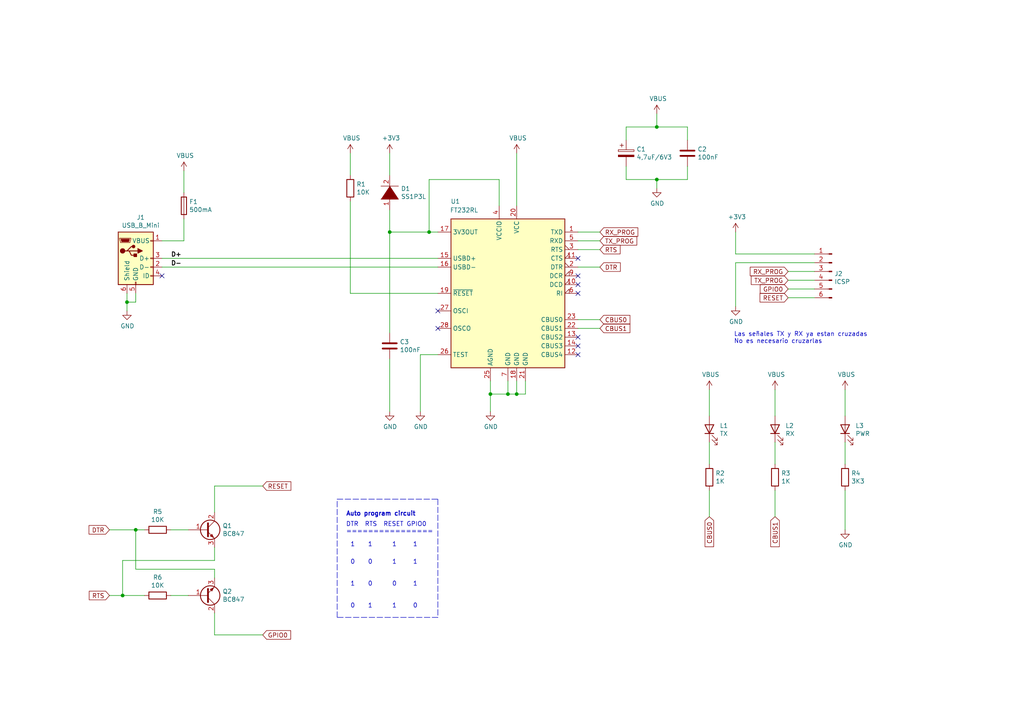
<source format=kicad_sch>
(kicad_sch (version 20211123) (generator eeschema)

  (uuid 4259fbdf-1aca-4619-8bd1-d74ad207cbf6)

  (paper "A4")

  (lib_symbols
    (symbol "Connector:Conn_01x06_Male" (pin_names (offset 1.016) hide) (in_bom yes) (on_board yes)
      (property "Reference" "J" (id 0) (at 0 7.62 0)
        (effects (font (size 1.27 1.27)))
      )
      (property "Value" "Conn_01x06_Male" (id 1) (at 0 -10.16 0)
        (effects (font (size 1.27 1.27)))
      )
      (property "Footprint" "" (id 2) (at 0 0 0)
        (effects (font (size 1.27 1.27)) hide)
      )
      (property "Datasheet" "~" (id 3) (at 0 0 0)
        (effects (font (size 1.27 1.27)) hide)
      )
      (property "ki_keywords" "connector" (id 4) (at 0 0 0)
        (effects (font (size 1.27 1.27)) hide)
      )
      (property "ki_description" "Generic connector, single row, 01x06, script generated (kicad-library-utils/schlib/autogen/connector/)" (id 5) (at 0 0 0)
        (effects (font (size 1.27 1.27)) hide)
      )
      (property "ki_fp_filters" "Connector*:*_1x??_*" (id 6) (at 0 0 0)
        (effects (font (size 1.27 1.27)) hide)
      )
      (symbol "Conn_01x06_Male_1_1"
        (polyline
          (pts
            (xy 1.27 -7.62)
            (xy 0.8636 -7.62)
          )
          (stroke (width 0.1524) (type default) (color 0 0 0 0))
          (fill (type none))
        )
        (polyline
          (pts
            (xy 1.27 -5.08)
            (xy 0.8636 -5.08)
          )
          (stroke (width 0.1524) (type default) (color 0 0 0 0))
          (fill (type none))
        )
        (polyline
          (pts
            (xy 1.27 -2.54)
            (xy 0.8636 -2.54)
          )
          (stroke (width 0.1524) (type default) (color 0 0 0 0))
          (fill (type none))
        )
        (polyline
          (pts
            (xy 1.27 0)
            (xy 0.8636 0)
          )
          (stroke (width 0.1524) (type default) (color 0 0 0 0))
          (fill (type none))
        )
        (polyline
          (pts
            (xy 1.27 2.54)
            (xy 0.8636 2.54)
          )
          (stroke (width 0.1524) (type default) (color 0 0 0 0))
          (fill (type none))
        )
        (polyline
          (pts
            (xy 1.27 5.08)
            (xy 0.8636 5.08)
          )
          (stroke (width 0.1524) (type default) (color 0 0 0 0))
          (fill (type none))
        )
        (rectangle (start 0.8636 -7.493) (end 0 -7.747)
          (stroke (width 0.1524) (type default) (color 0 0 0 0))
          (fill (type outline))
        )
        (rectangle (start 0.8636 -4.953) (end 0 -5.207)
          (stroke (width 0.1524) (type default) (color 0 0 0 0))
          (fill (type outline))
        )
        (rectangle (start 0.8636 -2.413) (end 0 -2.667)
          (stroke (width 0.1524) (type default) (color 0 0 0 0))
          (fill (type outline))
        )
        (rectangle (start 0.8636 0.127) (end 0 -0.127)
          (stroke (width 0.1524) (type default) (color 0 0 0 0))
          (fill (type outline))
        )
        (rectangle (start 0.8636 2.667) (end 0 2.413)
          (stroke (width 0.1524) (type default) (color 0 0 0 0))
          (fill (type outline))
        )
        (rectangle (start 0.8636 5.207) (end 0 4.953)
          (stroke (width 0.1524) (type default) (color 0 0 0 0))
          (fill (type outline))
        )
        (pin passive line (at 5.08 5.08 180) (length 3.81)
          (name "Pin_1" (effects (font (size 1.27 1.27))))
          (number "1" (effects (font (size 1.27 1.27))))
        )
        (pin passive line (at 5.08 2.54 180) (length 3.81)
          (name "Pin_2" (effects (font (size 1.27 1.27))))
          (number "2" (effects (font (size 1.27 1.27))))
        )
        (pin passive line (at 5.08 0 180) (length 3.81)
          (name "Pin_3" (effects (font (size 1.27 1.27))))
          (number "3" (effects (font (size 1.27 1.27))))
        )
        (pin passive line (at 5.08 -2.54 180) (length 3.81)
          (name "Pin_4" (effects (font (size 1.27 1.27))))
          (number "4" (effects (font (size 1.27 1.27))))
        )
        (pin passive line (at 5.08 -5.08 180) (length 3.81)
          (name "Pin_5" (effects (font (size 1.27 1.27))))
          (number "5" (effects (font (size 1.27 1.27))))
        )
        (pin passive line (at 5.08 -7.62 180) (length 3.81)
          (name "Pin_6" (effects (font (size 1.27 1.27))))
          (number "6" (effects (font (size 1.27 1.27))))
        )
      )
    )
    (symbol "Device:C" (pin_numbers hide) (pin_names (offset 0.254)) (in_bom yes) (on_board yes)
      (property "Reference" "C" (id 0) (at 0.635 2.54 0)
        (effects (font (size 1.27 1.27)) (justify left))
      )
      (property "Value" "C" (id 1) (at 0.635 -2.54 0)
        (effects (font (size 1.27 1.27)) (justify left))
      )
      (property "Footprint" "" (id 2) (at 0.9652 -3.81 0)
        (effects (font (size 1.27 1.27)) hide)
      )
      (property "Datasheet" "~" (id 3) (at 0 0 0)
        (effects (font (size 1.27 1.27)) hide)
      )
      (property "ki_keywords" "cap capacitor" (id 4) (at 0 0 0)
        (effects (font (size 1.27 1.27)) hide)
      )
      (property "ki_description" "Unpolarized capacitor" (id 5) (at 0 0 0)
        (effects (font (size 1.27 1.27)) hide)
      )
      (property "ki_fp_filters" "C_*" (id 6) (at 0 0 0)
        (effects (font (size 1.27 1.27)) hide)
      )
      (symbol "C_0_1"
        (polyline
          (pts
            (xy -2.032 -0.762)
            (xy 2.032 -0.762)
          )
          (stroke (width 0.508) (type default) (color 0 0 0 0))
          (fill (type none))
        )
        (polyline
          (pts
            (xy -2.032 0.762)
            (xy 2.032 0.762)
          )
          (stroke (width 0.508) (type default) (color 0 0 0 0))
          (fill (type none))
        )
      )
      (symbol "C_1_1"
        (pin passive line (at 0 3.81 270) (length 2.794)
          (name "~" (effects (font (size 1.27 1.27))))
          (number "1" (effects (font (size 1.27 1.27))))
        )
        (pin passive line (at 0 -3.81 90) (length 2.794)
          (name "~" (effects (font (size 1.27 1.27))))
          (number "2" (effects (font (size 1.27 1.27))))
        )
      )
    )
    (symbol "Device:Fuse" (pin_numbers hide) (pin_names (offset 0)) (in_bom yes) (on_board yes)
      (property "Reference" "F" (id 0) (at 2.032 0 90)
        (effects (font (size 1.27 1.27)))
      )
      (property "Value" "Fuse" (id 1) (at -1.905 0 90)
        (effects (font (size 1.27 1.27)))
      )
      (property "Footprint" "" (id 2) (at -1.778 0 90)
        (effects (font (size 1.27 1.27)) hide)
      )
      (property "Datasheet" "~" (id 3) (at 0 0 0)
        (effects (font (size 1.27 1.27)) hide)
      )
      (property "ki_keywords" "fuse" (id 4) (at 0 0 0)
        (effects (font (size 1.27 1.27)) hide)
      )
      (property "ki_description" "Fuse" (id 5) (at 0 0 0)
        (effects (font (size 1.27 1.27)) hide)
      )
      (property "ki_fp_filters" "*Fuse*" (id 6) (at 0 0 0)
        (effects (font (size 1.27 1.27)) hide)
      )
      (symbol "Fuse_0_1"
        (rectangle (start -0.762 -2.54) (end 0.762 2.54)
          (stroke (width 0.254) (type default) (color 0 0 0 0))
          (fill (type none))
        )
        (polyline
          (pts
            (xy 0 2.54)
            (xy 0 -2.54)
          )
          (stroke (width 0) (type default) (color 0 0 0 0))
          (fill (type none))
        )
      )
      (symbol "Fuse_1_1"
        (pin passive line (at 0 3.81 270) (length 1.27)
          (name "~" (effects (font (size 1.27 1.27))))
          (number "1" (effects (font (size 1.27 1.27))))
        )
        (pin passive line (at 0 -3.81 90) (length 1.27)
          (name "~" (effects (font (size 1.27 1.27))))
          (number "2" (effects (font (size 1.27 1.27))))
        )
      )
    )
    (symbol "Device:LED" (pin_numbers hide) (pin_names (offset 1.016) hide) (in_bom yes) (on_board yes)
      (property "Reference" "D" (id 0) (at 0 2.54 0)
        (effects (font (size 1.27 1.27)))
      )
      (property "Value" "LED" (id 1) (at 0 -2.54 0)
        (effects (font (size 1.27 1.27)))
      )
      (property "Footprint" "" (id 2) (at 0 0 0)
        (effects (font (size 1.27 1.27)) hide)
      )
      (property "Datasheet" "~" (id 3) (at 0 0 0)
        (effects (font (size 1.27 1.27)) hide)
      )
      (property "ki_keywords" "LED diode" (id 4) (at 0 0 0)
        (effects (font (size 1.27 1.27)) hide)
      )
      (property "ki_description" "Light emitting diode" (id 5) (at 0 0 0)
        (effects (font (size 1.27 1.27)) hide)
      )
      (property "ki_fp_filters" "LED* LED_SMD:* LED_THT:*" (id 6) (at 0 0 0)
        (effects (font (size 1.27 1.27)) hide)
      )
      (symbol "LED_0_1"
        (polyline
          (pts
            (xy -1.27 -1.27)
            (xy -1.27 1.27)
          )
          (stroke (width 0.254) (type default) (color 0 0 0 0))
          (fill (type none))
        )
        (polyline
          (pts
            (xy -1.27 0)
            (xy 1.27 0)
          )
          (stroke (width 0) (type default) (color 0 0 0 0))
          (fill (type none))
        )
        (polyline
          (pts
            (xy 1.27 -1.27)
            (xy 1.27 1.27)
            (xy -1.27 0)
            (xy 1.27 -1.27)
          )
          (stroke (width 0.254) (type default) (color 0 0 0 0))
          (fill (type none))
        )
        (polyline
          (pts
            (xy -3.048 -0.762)
            (xy -4.572 -2.286)
            (xy -3.81 -2.286)
            (xy -4.572 -2.286)
            (xy -4.572 -1.524)
          )
          (stroke (width 0) (type default) (color 0 0 0 0))
          (fill (type none))
        )
        (polyline
          (pts
            (xy -1.778 -0.762)
            (xy -3.302 -2.286)
            (xy -2.54 -2.286)
            (xy -3.302 -2.286)
            (xy -3.302 -1.524)
          )
          (stroke (width 0) (type default) (color 0 0 0 0))
          (fill (type none))
        )
      )
      (symbol "LED_1_1"
        (pin passive line (at -3.81 0 0) (length 2.54)
          (name "K" (effects (font (size 1.27 1.27))))
          (number "1" (effects (font (size 1.27 1.27))))
        )
        (pin passive line (at 3.81 0 180) (length 2.54)
          (name "A" (effects (font (size 1.27 1.27))))
          (number "2" (effects (font (size 1.27 1.27))))
        )
      )
    )
    (symbol "Device:Q_NPN_BCE" (pin_names (offset 0) hide) (in_bom yes) (on_board yes)
      (property "Reference" "Q" (id 0) (at 5.08 1.27 0)
        (effects (font (size 1.27 1.27)) (justify left))
      )
      (property "Value" "Q_NPN_BCE" (id 1) (at 5.08 -1.27 0)
        (effects (font (size 1.27 1.27)) (justify left))
      )
      (property "Footprint" "" (id 2) (at 5.08 2.54 0)
        (effects (font (size 1.27 1.27)) hide)
      )
      (property "Datasheet" "~" (id 3) (at 0 0 0)
        (effects (font (size 1.27 1.27)) hide)
      )
      (property "ki_keywords" "transistor NPN" (id 4) (at 0 0 0)
        (effects (font (size 1.27 1.27)) hide)
      )
      (property "ki_description" "NPN transistor, base/collector/emitter" (id 5) (at 0 0 0)
        (effects (font (size 1.27 1.27)) hide)
      )
      (symbol "Q_NPN_BCE_0_1"
        (polyline
          (pts
            (xy 0.635 0.635)
            (xy 2.54 2.54)
          )
          (stroke (width 0) (type default) (color 0 0 0 0))
          (fill (type none))
        )
        (polyline
          (pts
            (xy 0.635 -0.635)
            (xy 2.54 -2.54)
            (xy 2.54 -2.54)
          )
          (stroke (width 0) (type default) (color 0 0 0 0))
          (fill (type none))
        )
        (polyline
          (pts
            (xy 0.635 1.905)
            (xy 0.635 -1.905)
            (xy 0.635 -1.905)
          )
          (stroke (width 0.508) (type default) (color 0 0 0 0))
          (fill (type none))
        )
        (polyline
          (pts
            (xy 1.27 -1.778)
            (xy 1.778 -1.27)
            (xy 2.286 -2.286)
            (xy 1.27 -1.778)
            (xy 1.27 -1.778)
          )
          (stroke (width 0) (type default) (color 0 0 0 0))
          (fill (type outline))
        )
        (circle (center 1.27 0) (radius 2.8194)
          (stroke (width 0.254) (type default) (color 0 0 0 0))
          (fill (type none))
        )
      )
      (symbol "Q_NPN_BCE_1_1"
        (pin input line (at -5.08 0 0) (length 5.715)
          (name "B" (effects (font (size 1.27 1.27))))
          (number "1" (effects (font (size 1.27 1.27))))
        )
        (pin passive line (at 2.54 5.08 270) (length 2.54)
          (name "C" (effects (font (size 1.27 1.27))))
          (number "2" (effects (font (size 1.27 1.27))))
        )
        (pin passive line (at 2.54 -5.08 90) (length 2.54)
          (name "E" (effects (font (size 1.27 1.27))))
          (number "3" (effects (font (size 1.27 1.27))))
        )
      )
    )
    (symbol "Device:R" (pin_numbers hide) (pin_names (offset 0)) (in_bom yes) (on_board yes)
      (property "Reference" "R" (id 0) (at 2.032 0 90)
        (effects (font (size 1.27 1.27)))
      )
      (property "Value" "R" (id 1) (at 0 0 90)
        (effects (font (size 1.27 1.27)))
      )
      (property "Footprint" "" (id 2) (at -1.778 0 90)
        (effects (font (size 1.27 1.27)) hide)
      )
      (property "Datasheet" "~" (id 3) (at 0 0 0)
        (effects (font (size 1.27 1.27)) hide)
      )
      (property "ki_keywords" "R res resistor" (id 4) (at 0 0 0)
        (effects (font (size 1.27 1.27)) hide)
      )
      (property "ki_description" "Resistor" (id 5) (at 0 0 0)
        (effects (font (size 1.27 1.27)) hide)
      )
      (property "ki_fp_filters" "R_*" (id 6) (at 0 0 0)
        (effects (font (size 1.27 1.27)) hide)
      )
      (symbol "R_0_1"
        (rectangle (start -1.016 -2.54) (end 1.016 2.54)
          (stroke (width 0.254) (type default) (color 0 0 0 0))
          (fill (type none))
        )
      )
      (symbol "R_1_1"
        (pin passive line (at 0 3.81 270) (length 1.27)
          (name "~" (effects (font (size 1.27 1.27))))
          (number "1" (effects (font (size 1.27 1.27))))
        )
        (pin passive line (at 0 -3.81 90) (length 1.27)
          (name "~" (effects (font (size 1.27 1.27))))
          (number "2" (effects (font (size 1.27 1.27))))
        )
      )
    )
    (symbol "Interface_USB:FT232RL" (in_bom yes) (on_board yes)
      (property "Reference" "U" (id 0) (at -16.51 22.86 0)
        (effects (font (size 1.27 1.27)) (justify left))
      )
      (property "Value" "FT232RL" (id 1) (at 10.16 22.86 0)
        (effects (font (size 1.27 1.27)) (justify left))
      )
      (property "Footprint" "Package_SO:SSOP-28_5.3x10.2mm_P0.65mm" (id 2) (at 27.94 -22.86 0)
        (effects (font (size 1.27 1.27)) hide)
      )
      (property "Datasheet" "https://www.ftdichip.com/Support/Documents/DataSheets/ICs/DS_FT232R.pdf" (id 3) (at 0 0 0)
        (effects (font (size 1.27 1.27)) hide)
      )
      (property "ki_keywords" "FTDI USB Serial" (id 4) (at 0 0 0)
        (effects (font (size 1.27 1.27)) hide)
      )
      (property "ki_description" "USB to Serial Interface, SSOP-28" (id 5) (at 0 0 0)
        (effects (font (size 1.27 1.27)) hide)
      )
      (property "ki_fp_filters" "SSOP*5.3x10.2mm*P0.65mm*" (id 6) (at 0 0 0)
        (effects (font (size 1.27 1.27)) hide)
      )
      (symbol "FT232RL_0_1"
        (rectangle (start -16.51 21.59) (end 16.51 -21.59)
          (stroke (width 0.254) (type default) (color 0 0 0 0))
          (fill (type background))
        )
      )
      (symbol "FT232RL_1_1"
        (pin output line (at 20.32 17.78 180) (length 3.81)
          (name "TXD" (effects (font (size 1.27 1.27))))
          (number "1" (effects (font (size 1.27 1.27))))
        )
        (pin input input_low (at 20.32 2.54 180) (length 3.81)
          (name "DCD" (effects (font (size 1.27 1.27))))
          (number "10" (effects (font (size 1.27 1.27))))
        )
        (pin input input_low (at 20.32 10.16 180) (length 3.81)
          (name "CTS" (effects (font (size 1.27 1.27))))
          (number "11" (effects (font (size 1.27 1.27))))
        )
        (pin bidirectional line (at 20.32 -17.78 180) (length 3.81)
          (name "CBUS4" (effects (font (size 1.27 1.27))))
          (number "12" (effects (font (size 1.27 1.27))))
        )
        (pin bidirectional line (at 20.32 -12.7 180) (length 3.81)
          (name "CBUS2" (effects (font (size 1.27 1.27))))
          (number "13" (effects (font (size 1.27 1.27))))
        )
        (pin bidirectional line (at 20.32 -15.24 180) (length 3.81)
          (name "CBUS3" (effects (font (size 1.27 1.27))))
          (number "14" (effects (font (size 1.27 1.27))))
        )
        (pin bidirectional line (at -20.32 10.16 0) (length 3.81)
          (name "USBD+" (effects (font (size 1.27 1.27))))
          (number "15" (effects (font (size 1.27 1.27))))
        )
        (pin bidirectional line (at -20.32 7.62 0) (length 3.81)
          (name "USBD-" (effects (font (size 1.27 1.27))))
          (number "16" (effects (font (size 1.27 1.27))))
        )
        (pin power_out line (at -20.32 17.78 0) (length 3.81)
          (name "3V3OUT" (effects (font (size 1.27 1.27))))
          (number "17" (effects (font (size 1.27 1.27))))
        )
        (pin power_in line (at 2.54 -25.4 90) (length 3.81)
          (name "GND" (effects (font (size 1.27 1.27))))
          (number "18" (effects (font (size 1.27 1.27))))
        )
        (pin input line (at -20.32 0 0) (length 3.81)
          (name "~{RESET}" (effects (font (size 1.27 1.27))))
          (number "19" (effects (font (size 1.27 1.27))))
        )
        (pin output output_low (at 20.32 7.62 180) (length 3.81)
          (name "DTR" (effects (font (size 1.27 1.27))))
          (number "2" (effects (font (size 1.27 1.27))))
        )
        (pin power_in line (at 2.54 25.4 270) (length 3.81)
          (name "VCC" (effects (font (size 1.27 1.27))))
          (number "20" (effects (font (size 1.27 1.27))))
        )
        (pin power_in line (at 5.08 -25.4 90) (length 3.81)
          (name "GND" (effects (font (size 1.27 1.27))))
          (number "21" (effects (font (size 1.27 1.27))))
        )
        (pin bidirectional line (at 20.32 -10.16 180) (length 3.81)
          (name "CBUS1" (effects (font (size 1.27 1.27))))
          (number "22" (effects (font (size 1.27 1.27))))
        )
        (pin bidirectional line (at 20.32 -7.62 180) (length 3.81)
          (name "CBUS0" (effects (font (size 1.27 1.27))))
          (number "23" (effects (font (size 1.27 1.27))))
        )
        (pin power_in line (at -5.08 -25.4 90) (length 3.81)
          (name "AGND" (effects (font (size 1.27 1.27))))
          (number "25" (effects (font (size 1.27 1.27))))
        )
        (pin input line (at -20.32 -17.78 0) (length 3.81)
          (name "TEST" (effects (font (size 1.27 1.27))))
          (number "26" (effects (font (size 1.27 1.27))))
        )
        (pin input line (at -20.32 -5.08 0) (length 3.81)
          (name "OSCI" (effects (font (size 1.27 1.27))))
          (number "27" (effects (font (size 1.27 1.27))))
        )
        (pin output line (at -20.32 -10.16 0) (length 3.81)
          (name "OSCO" (effects (font (size 1.27 1.27))))
          (number "28" (effects (font (size 1.27 1.27))))
        )
        (pin output output_low (at 20.32 12.7 180) (length 3.81)
          (name "RTS" (effects (font (size 1.27 1.27))))
          (number "3" (effects (font (size 1.27 1.27))))
        )
        (pin power_in line (at -2.54 25.4 270) (length 3.81)
          (name "VCCIO" (effects (font (size 1.27 1.27))))
          (number "4" (effects (font (size 1.27 1.27))))
        )
        (pin input line (at 20.32 15.24 180) (length 3.81)
          (name "RXD" (effects (font (size 1.27 1.27))))
          (number "5" (effects (font (size 1.27 1.27))))
        )
        (pin input input_low (at 20.32 0 180) (length 3.81)
          (name "RI" (effects (font (size 1.27 1.27))))
          (number "6" (effects (font (size 1.27 1.27))))
        )
        (pin power_in line (at 0 -25.4 90) (length 3.81)
          (name "GND" (effects (font (size 1.27 1.27))))
          (number "7" (effects (font (size 1.27 1.27))))
        )
        (pin input input_low (at 20.32 5.08 180) (length 3.81)
          (name "DCR" (effects (font (size 1.27 1.27))))
          (number "9" (effects (font (size 1.27 1.27))))
        )
      )
    )
    (symbol "esp_prog-rescue:+3.3V-power" (power) (pin_names (offset 0)) (in_bom yes) (on_board yes)
      (property "Reference" "#PWR" (id 0) (at 0 -3.81 0)
        (effects (font (size 1.27 1.27)) hide)
      )
      (property "Value" "+3.3V-power" (id 1) (at 0 3.556 0)
        (effects (font (size 1.27 1.27)))
      )
      (property "Footprint" "" (id 2) (at 0 0 0)
        (effects (font (size 1.27 1.27)) hide)
      )
      (property "Datasheet" "" (id 3) (at 0 0 0)
        (effects (font (size 1.27 1.27)) hide)
      )
      (symbol "+3.3V-power_0_1"
        (polyline
          (pts
            (xy -0.762 1.27)
            (xy 0 2.54)
          )
          (stroke (width 0) (type default) (color 0 0 0 0))
          (fill (type none))
        )
        (polyline
          (pts
            (xy 0 0)
            (xy 0 2.54)
          )
          (stroke (width 0) (type default) (color 0 0 0 0))
          (fill (type none))
        )
        (polyline
          (pts
            (xy 0 2.54)
            (xy 0.762 1.27)
          )
          (stroke (width 0) (type default) (color 0 0 0 0))
          (fill (type none))
        )
      )
      (symbol "+3.3V-power_1_1"
        (pin power_in line (at 0 0 90) (length 0) hide
          (name "+3V3" (effects (font (size 1.27 1.27))))
          (number "1" (effects (font (size 1.27 1.27))))
        )
      )
    )
    (symbol "esp_prog-rescue:CP-Device" (pin_numbers hide) (pin_names (offset 0.254)) (in_bom yes) (on_board yes)
      (property "Reference" "C" (id 0) (at 0.635 2.54 0)
        (effects (font (size 1.27 1.27)) (justify left))
      )
      (property "Value" "CP-Device" (id 1) (at 0.635 -2.54 0)
        (effects (font (size 1.27 1.27)) (justify left))
      )
      (property "Footprint" "" (id 2) (at 0.9652 -3.81 0)
        (effects (font (size 1.27 1.27)) hide)
      )
      (property "Datasheet" "" (id 3) (at 0 0 0)
        (effects (font (size 1.27 1.27)) hide)
      )
      (property "ki_fp_filters" "CP_*" (id 4) (at 0 0 0)
        (effects (font (size 1.27 1.27)) hide)
      )
      (symbol "CP-Device_0_1"
        (rectangle (start -2.286 0.508) (end 2.286 1.016)
          (stroke (width 0) (type default) (color 0 0 0 0))
          (fill (type none))
        )
        (polyline
          (pts
            (xy -1.778 2.286)
            (xy -0.762 2.286)
          )
          (stroke (width 0) (type default) (color 0 0 0 0))
          (fill (type none))
        )
        (polyline
          (pts
            (xy -1.27 2.794)
            (xy -1.27 1.778)
          )
          (stroke (width 0) (type default) (color 0 0 0 0))
          (fill (type none))
        )
        (rectangle (start 2.286 -0.508) (end -2.286 -1.016)
          (stroke (width 0) (type default) (color 0 0 0 0))
          (fill (type outline))
        )
      )
      (symbol "CP-Device_1_1"
        (pin passive line (at 0 3.81 270) (length 2.794)
          (name "~" (effects (font (size 1.27 1.27))))
          (number "1" (effects (font (size 1.27 1.27))))
        )
        (pin passive line (at 0 -3.81 90) (length 2.794)
          (name "~" (effects (font (size 1.27 1.27))))
          (number "2" (effects (font (size 1.27 1.27))))
        )
      )
    )
    (symbol "esp_prog-rescue:USB_B_Mini-Connector" (pin_names (offset 1.016)) (in_bom yes) (on_board yes)
      (property "Reference" "J" (id 0) (at -5.08 11.43 0)
        (effects (font (size 1.27 1.27)) (justify left))
      )
      (property "Value" "USB_B_Mini-Connector" (id 1) (at -5.08 8.89 0)
        (effects (font (size 1.27 1.27)) (justify left))
      )
      (property "Footprint" "" (id 2) (at 3.81 -1.27 0)
        (effects (font (size 1.27 1.27)) hide)
      )
      (property "Datasheet" "" (id 3) (at 3.81 -1.27 0)
        (effects (font (size 1.27 1.27)) hide)
      )
      (property "ki_fp_filters" "USB*" (id 4) (at 0 0 0)
        (effects (font (size 1.27 1.27)) hide)
      )
      (symbol "USB_B_Mini-Connector_0_1"
        (rectangle (start -5.08 -7.62) (end 5.08 7.62)
          (stroke (width 0.254) (type default) (color 0 0 0 0))
          (fill (type background))
        )
        (circle (center -3.81 2.159) (radius 0.635)
          (stroke (width 0.254) (type default) (color 0 0 0 0))
          (fill (type outline))
        )
        (circle (center -0.635 3.429) (radius 0.381)
          (stroke (width 0.254) (type default) (color 0 0 0 0))
          (fill (type outline))
        )
        (rectangle (start -0.127 -7.62) (end 0.127 -6.858)
          (stroke (width 0) (type default) (color 0 0 0 0))
          (fill (type none))
        )
        (polyline
          (pts
            (xy -1.905 2.159)
            (xy 0.635 2.159)
          )
          (stroke (width 0.254) (type default) (color 0 0 0 0))
          (fill (type none))
        )
        (polyline
          (pts
            (xy -3.175 2.159)
            (xy -2.54 2.159)
            (xy -1.27 3.429)
            (xy -0.635 3.429)
          )
          (stroke (width 0.254) (type default) (color 0 0 0 0))
          (fill (type none))
        )
        (polyline
          (pts
            (xy -2.54 2.159)
            (xy -1.905 2.159)
            (xy -1.27 0.889)
            (xy 0 0.889)
          )
          (stroke (width 0.254) (type default) (color 0 0 0 0))
          (fill (type none))
        )
        (polyline
          (pts
            (xy 0.635 2.794)
            (xy 0.635 1.524)
            (xy 1.905 2.159)
            (xy 0.635 2.794)
          )
          (stroke (width 0.254) (type default) (color 0 0 0 0))
          (fill (type outline))
        )
        (polyline
          (pts
            (xy -4.318 5.588)
            (xy -1.778 5.588)
            (xy -2.032 4.826)
            (xy -4.064 4.826)
            (xy -4.318 5.588)
          )
          (stroke (width 0) (type default) (color 0 0 0 0))
          (fill (type outline))
        )
        (polyline
          (pts
            (xy -4.699 5.842)
            (xy -4.699 5.588)
            (xy -4.445 4.826)
            (xy -4.445 4.572)
            (xy -1.651 4.572)
            (xy -1.651 4.826)
            (xy -1.397 5.588)
            (xy -1.397 5.842)
            (xy -4.699 5.842)
          )
          (stroke (width 0) (type default) (color 0 0 0 0))
          (fill (type none))
        )
        (rectangle (start 0.254 1.27) (end -0.508 0.508)
          (stroke (width 0.254) (type default) (color 0 0 0 0))
          (fill (type outline))
        )
        (rectangle (start 5.08 -5.207) (end 4.318 -4.953)
          (stroke (width 0) (type default) (color 0 0 0 0))
          (fill (type none))
        )
        (rectangle (start 5.08 -2.667) (end 4.318 -2.413)
          (stroke (width 0) (type default) (color 0 0 0 0))
          (fill (type none))
        )
        (rectangle (start 5.08 -0.127) (end 4.318 0.127)
          (stroke (width 0) (type default) (color 0 0 0 0))
          (fill (type none))
        )
        (rectangle (start 5.08 4.953) (end 4.318 5.207)
          (stroke (width 0) (type default) (color 0 0 0 0))
          (fill (type none))
        )
      )
      (symbol "USB_B_Mini-Connector_1_1"
        (pin power_out line (at 7.62 5.08 180) (length 2.54)
          (name "VBUS" (effects (font (size 1.27 1.27))))
          (number "1" (effects (font (size 1.27 1.27))))
        )
        (pin passive line (at 7.62 -2.54 180) (length 2.54)
          (name "D-" (effects (font (size 1.27 1.27))))
          (number "2" (effects (font (size 1.27 1.27))))
        )
        (pin passive line (at 7.62 0 180) (length 2.54)
          (name "D+" (effects (font (size 1.27 1.27))))
          (number "3" (effects (font (size 1.27 1.27))))
        )
        (pin passive line (at 7.62 -5.08 180) (length 2.54)
          (name "ID" (effects (font (size 1.27 1.27))))
          (number "4" (effects (font (size 1.27 1.27))))
        )
        (pin power_out line (at 0 -10.16 90) (length 2.54)
          (name "GND" (effects (font (size 1.27 1.27))))
          (number "5" (effects (font (size 1.27 1.27))))
        )
        (pin passive line (at -2.54 -10.16 90) (length 2.54)
          (name "Shield" (effects (font (size 1.27 1.27))))
          (number "6" (effects (font (size 1.27 1.27))))
        )
      )
    )
    (symbol "power:GND" (power) (pin_names (offset 0)) (in_bom yes) (on_board yes)
      (property "Reference" "#PWR" (id 0) (at 0 -6.35 0)
        (effects (font (size 1.27 1.27)) hide)
      )
      (property "Value" "GND" (id 1) (at 0 -3.81 0)
        (effects (font (size 1.27 1.27)))
      )
      (property "Footprint" "" (id 2) (at 0 0 0)
        (effects (font (size 1.27 1.27)) hide)
      )
      (property "Datasheet" "" (id 3) (at 0 0 0)
        (effects (font (size 1.27 1.27)) hide)
      )
      (property "ki_keywords" "power-flag" (id 4) (at 0 0 0)
        (effects (font (size 1.27 1.27)) hide)
      )
      (property "ki_description" "Power symbol creates a global label with name \"GND\" , ground" (id 5) (at 0 0 0)
        (effects (font (size 1.27 1.27)) hide)
      )
      (symbol "GND_0_1"
        (polyline
          (pts
            (xy 0 0)
            (xy 0 -1.27)
            (xy 1.27 -1.27)
            (xy 0 -2.54)
            (xy -1.27 -1.27)
            (xy 0 -1.27)
          )
          (stroke (width 0) (type default) (color 0 0 0 0))
          (fill (type none))
        )
      )
      (symbol "GND_1_1"
        (pin power_in line (at 0 0 270) (length 0) hide
          (name "GND" (effects (font (size 1.27 1.27))))
          (number "1" (effects (font (size 1.27 1.27))))
        )
      )
    )
    (symbol "power:VBUS" (power) (pin_names (offset 0)) (in_bom yes) (on_board yes)
      (property "Reference" "#PWR" (id 0) (at 0 -3.81 0)
        (effects (font (size 1.27 1.27)) hide)
      )
      (property "Value" "VBUS" (id 1) (at 0 3.81 0)
        (effects (font (size 1.27 1.27)))
      )
      (property "Footprint" "" (id 2) (at 0 0 0)
        (effects (font (size 1.27 1.27)) hide)
      )
      (property "Datasheet" "" (id 3) (at 0 0 0)
        (effects (font (size 1.27 1.27)) hide)
      )
      (property "ki_keywords" "power-flag" (id 4) (at 0 0 0)
        (effects (font (size 1.27 1.27)) hide)
      )
      (property "ki_description" "Power symbol creates a global label with name \"VBUS\"" (id 5) (at 0 0 0)
        (effects (font (size 1.27 1.27)) hide)
      )
      (symbol "VBUS_0_1"
        (polyline
          (pts
            (xy -0.762 1.27)
            (xy 0 2.54)
          )
          (stroke (width 0) (type default) (color 0 0 0 0))
          (fill (type none))
        )
        (polyline
          (pts
            (xy 0 0)
            (xy 0 2.54)
          )
          (stroke (width 0) (type default) (color 0 0 0 0))
          (fill (type none))
        )
        (polyline
          (pts
            (xy 0 2.54)
            (xy 0.762 1.27)
          )
          (stroke (width 0) (type default) (color 0 0 0 0))
          (fill (type none))
        )
      )
      (symbol "VBUS_1_1"
        (pin power_in line (at 0 0 90) (length 0) hide
          (name "VBUS" (effects (font (size 1.27 1.27))))
          (number "1" (effects (font (size 1.27 1.27))))
        )
      )
    )
    (symbol "pspice:DIODE" (pin_names (offset 1.016) hide) (in_bom yes) (on_board yes)
      (property "Reference" "D" (id 0) (at 0 3.81 0)
        (effects (font (size 1.27 1.27)))
      )
      (property "Value" "DIODE" (id 1) (at 0 -4.445 0)
        (effects (font (size 1.27 1.27)))
      )
      (property "Footprint" "" (id 2) (at 0 0 0)
        (effects (font (size 1.27 1.27)) hide)
      )
      (property "Datasheet" "~" (id 3) (at 0 0 0)
        (effects (font (size 1.27 1.27)) hide)
      )
      (property "ki_keywords" "simulation" (id 4) (at 0 0 0)
        (effects (font (size 1.27 1.27)) hide)
      )
      (property "ki_description" "Diode symbol for simulation only. Pin order incompatible with official kicad footprints" (id 5) (at 0 0 0)
        (effects (font (size 1.27 1.27)) hide)
      )
      (symbol "DIODE_0_1"
        (polyline
          (pts
            (xy 1.905 2.54)
            (xy 1.905 -2.54)
          )
          (stroke (width 0) (type default) (color 0 0 0 0))
          (fill (type none))
        )
        (polyline
          (pts
            (xy -1.905 2.54)
            (xy -1.905 -2.54)
            (xy 1.905 0)
          )
          (stroke (width 0) (type default) (color 0 0 0 0))
          (fill (type outline))
        )
      )
      (symbol "DIODE_1_1"
        (pin input line (at -5.08 0 0) (length 3.81)
          (name "K" (effects (font (size 1.27 1.27))))
          (number "1" (effects (font (size 1.27 1.27))))
        )
        (pin input line (at 5.08 0 180) (length 3.81)
          (name "A" (effects (font (size 1.27 1.27))))
          (number "2" (effects (font (size 1.27 1.27))))
        )
      )
    )
  )

  (junction (at 39.37 153.67) (diameter 0) (color 0 0 0 0)
    (uuid 1643a3db-8dcd-43e9-8625-37f5f571e56b)
  )
  (junction (at 113.03 67.31) (diameter 0) (color 0 0 0 0)
    (uuid 1ecc9041-138a-467a-b246-e5fdf98c2ec5)
  )
  (junction (at 190.5 36.83) (diameter 0) (color 0 0 0 0)
    (uuid 2b5d11b6-5157-4aa9-8bb9-d3853f5af515)
  )
  (junction (at 149.86 114.3) (diameter 0) (color 0 0 0 0)
    (uuid 2ee88cda-eeec-4106-8415-6a1fc8c0eb21)
  )
  (junction (at 142.24 114.3) (diameter 0) (color 0 0 0 0)
    (uuid 3ebfc348-1d52-4d01-951d-a75670c0b954)
  )
  (junction (at 124.46 67.31) (diameter 0) (color 0 0 0 0)
    (uuid 7afd49f8-2095-4069-a5c4-cebe9316f610)
  )
  (junction (at 190.5 52.07) (diameter 0) (color 0 0 0 0)
    (uuid af864d3c-67bc-439b-b170-18da4cd6fdf2)
  )
  (junction (at 35.56 172.72) (diameter 0) (color 0 0 0 0)
    (uuid afb87983-2eb5-4822-baa4-d747b50583ef)
  )
  (junction (at 147.32 114.3) (diameter 0) (color 0 0 0 0)
    (uuid de3b76aa-3edc-40f2-a6b8-ee7dd9b883b4)
  )
  (junction (at 36.83 87.63) (diameter 0) (color 0 0 0 0)
    (uuid fa4c079f-9a99-4dd2-8ba0-4e95fa1f2fad)
  )

  (no_connect (at 167.64 82.55) (uuid 04e869ac-1f75-4016-877a-834813666bed))
  (no_connect (at 127 90.17) (uuid 19865052-c6ed-4e13-aae1-49928038f379))
  (no_connect (at 167.64 102.87) (uuid 2098e0de-331e-482a-92c6-d0bb575073e6))
  (no_connect (at 127 95.25) (uuid 3dc41679-63a2-4ac6-bef5-1688e580020b))
  (no_connect (at 46.99 80.01) (uuid 65d90b9c-8251-4baa-81d8-cbea3479ed07))
  (no_connect (at 167.64 80.01) (uuid 88222442-558b-4396-8cef-40dba4663571))
  (no_connect (at 167.64 97.79) (uuid 8b400217-32e1-4787-a561-973deede5e34))
  (no_connect (at 167.64 100.33) (uuid a1adc3d9-79be-4eb3-a432-b4f89d9b936b))
  (no_connect (at 167.64 74.93) (uuid a9f8af45-7920-4f4e-b2f7-107286368ef6))
  (no_connect (at 167.64 85.09) (uuid d5d39c0d-51b2-43e7-b740-1902824ab400))

  (wire (pts (xy 142.24 114.3) (xy 142.24 110.49))
    (stroke (width 0) (type default) (color 0 0 0 0))
    (uuid 021b53c4-7844-413e-9646-34bc2f3354ee)
  )
  (wire (pts (xy 213.36 88.9) (xy 213.36 76.2))
    (stroke (width 0) (type default) (color 0 0 0 0))
    (uuid 067fab59-ba37-4848-be95-1455fe7a45c6)
  )
  (wire (pts (xy 199.39 40.64) (xy 199.39 36.83))
    (stroke (width 0) (type default) (color 0 0 0 0))
    (uuid 07bdd069-8d30-44b0-aadc-f6d1495cfb14)
  )
  (wire (pts (xy 224.79 120.65) (xy 224.79 113.03))
    (stroke (width 0) (type default) (color 0 0 0 0))
    (uuid 08949323-5ebc-4cae-ab00-692ee2e37e08)
  )
  (wire (pts (xy 144.78 52.07) (xy 144.78 59.69))
    (stroke (width 0) (type default) (color 0 0 0 0))
    (uuid 092db71a-bfc8-42d5-b654-eb1bc9cd0cc6)
  )
  (wire (pts (xy 205.74 120.65) (xy 205.74 113.03))
    (stroke (width 0) (type default) (color 0 0 0 0))
    (uuid 0b7196d4-bf10-48df-895b-753ba8b8aa0e)
  )
  (wire (pts (xy 127 74.93) (xy 46.99 74.93))
    (stroke (width 0) (type default) (color 0 0 0 0))
    (uuid 0b739626-6dd1-470e-acb3-b1eddae73bf0)
  )
  (wire (pts (xy 127 102.87) (xy 121.92 102.87))
    (stroke (width 0) (type default) (color 0 0 0 0))
    (uuid 10bb2e55-6dfe-46a0-9b62-747af0ea11f0)
  )
  (wire (pts (xy 76.2 140.97) (xy 62.23 140.97))
    (stroke (width 0) (type default) (color 0 0 0 0))
    (uuid 121e9051-ae96-4ab4-97bd-1febe7010065)
  )
  (wire (pts (xy 62.23 167.64) (xy 62.23 165.1))
    (stroke (width 0) (type default) (color 0 0 0 0))
    (uuid 162762db-2679-4ff2-8a86-81dc210015f8)
  )
  (wire (pts (xy 190.5 54.61) (xy 190.5 52.07))
    (stroke (width 0) (type default) (color 0 0 0 0))
    (uuid 163d4edb-c744-492c-8870-2eb569d11fe9)
  )
  (wire (pts (xy 113.03 50.8) (xy 113.03 44.45))
    (stroke (width 0) (type default) (color 0 0 0 0))
    (uuid 2566abe7-2bb2-4996-b746-732f0bc479f6)
  )
  (wire (pts (xy 181.61 52.07) (xy 190.5 52.07))
    (stroke (width 0) (type default) (color 0 0 0 0))
    (uuid 270a43f9-2dde-47a4-989a-376fee4a0d88)
  )
  (wire (pts (xy 53.34 69.85) (xy 46.99 69.85))
    (stroke (width 0) (type default) (color 0 0 0 0))
    (uuid 2adde95a-6b3e-4c6a-b5d5-04842c1e1fbf)
  )
  (wire (pts (xy 124.46 52.07) (xy 144.78 52.07))
    (stroke (width 0) (type default) (color 0 0 0 0))
    (uuid 2d2ca66a-f5b8-47d8-95a2-c3f005ca046f)
  )
  (wire (pts (xy 167.64 69.85) (xy 173.99 69.85))
    (stroke (width 0) (type default) (color 0 0 0 0))
    (uuid 2faa51e5-cc48-4695-9b88-a1c694024ecc)
  )
  (wire (pts (xy 152.4 110.49) (xy 152.4 114.3))
    (stroke (width 0) (type default) (color 0 0 0 0))
    (uuid 2fd2649a-b9b5-41f2-8ef1-3c9c0dd8955f)
  )
  (wire (pts (xy 224.79 149.86) (xy 224.79 142.24))
    (stroke (width 0) (type default) (color 0 0 0 0))
    (uuid 2fe361da-63c2-4622-a3f3-ac3b5d75c760)
  )
  (polyline (pts (xy 97.79 179.07) (xy 97.79 144.78))
    (stroke (width 0) (type default) (color 0 0 0 0))
    (uuid 31ff4c28-19ed-4511-ab44-1356a35a6ae4)
  )

  (wire (pts (xy 39.37 85.09) (xy 39.37 87.63))
    (stroke (width 0) (type default) (color 0 0 0 0))
    (uuid 3916b270-e78a-478c-9e4a-2d4ef88e6be6)
  )
  (wire (pts (xy 36.83 87.63) (xy 36.83 85.09))
    (stroke (width 0) (type default) (color 0 0 0 0))
    (uuid 39b0ef47-a5e5-49f5-b0bc-39b7100fb758)
  )
  (wire (pts (xy 142.24 119.38) (xy 142.24 114.3))
    (stroke (width 0) (type default) (color 0 0 0 0))
    (uuid 3a4f7070-3a1f-4bcb-bfaf-fdaa9f98e0f7)
  )
  (wire (pts (xy 190.5 36.83) (xy 199.39 36.83))
    (stroke (width 0) (type default) (color 0 0 0 0))
    (uuid 3f6df1b0-fc79-43e5-8f6e-76c99739104f)
  )
  (wire (pts (xy 167.64 67.31) (xy 173.99 67.31))
    (stroke (width 0) (type default) (color 0 0 0 0))
    (uuid 3f7b79a0-6c5a-4575-9ee0-aefcc6bfc560)
  )
  (wire (pts (xy 39.37 153.67) (xy 31.75 153.67))
    (stroke (width 0) (type default) (color 0 0 0 0))
    (uuid 40b8b371-23b8-48a5-b6b0-f119e8c9e2a4)
  )
  (wire (pts (xy 49.53 172.72) (xy 54.61 172.72))
    (stroke (width 0) (type default) (color 0 0 0 0))
    (uuid 444a1a45-0fd7-43cc-bfdb-b1509020bc5b)
  )
  (wire (pts (xy 213.36 73.66) (xy 236.22 73.66))
    (stroke (width 0) (type default) (color 0 0 0 0))
    (uuid 46cb2a18-3a43-4f57-afa0-7c6c91ce5bea)
  )
  (wire (pts (xy 53.34 55.88) (xy 53.34 49.53))
    (stroke (width 0) (type default) (color 0 0 0 0))
    (uuid 489f5581-20b4-49ba-93c3-4a3bae80a709)
  )
  (polyline (pts (xy 97.79 144.78) (xy 127 144.78))
    (stroke (width 0) (type default) (color 0 0 0 0))
    (uuid 4cccd647-4b17-489d-b2ac-b628de912940)
  )

  (wire (pts (xy 213.36 76.2) (xy 236.22 76.2))
    (stroke (width 0) (type default) (color 0 0 0 0))
    (uuid 4ffa820e-fdaf-492c-8830-e788fbc64db1)
  )
  (wire (pts (xy 236.22 86.36) (xy 228.6 86.36))
    (stroke (width 0) (type default) (color 0 0 0 0))
    (uuid 58700d22-326e-4cc7-ad77-a73e6d48f733)
  )
  (wire (pts (xy 152.4 114.3) (xy 149.86 114.3))
    (stroke (width 0) (type default) (color 0 0 0 0))
    (uuid 596b875c-b0d1-490c-8238-1c156333aa94)
  )
  (wire (pts (xy 181.61 48.26) (xy 181.61 52.07))
    (stroke (width 0) (type default) (color 0 0 0 0))
    (uuid 5b6083ce-4527-4018-8c8b-584d389e3bef)
  )
  (wire (pts (xy 49.53 153.67) (xy 54.61 153.67))
    (stroke (width 0) (type default) (color 0 0 0 0))
    (uuid 5c1e4535-2afa-40df-97a9-699495ff10be)
  )
  (wire (pts (xy 181.61 36.83) (xy 190.5 36.83))
    (stroke (width 0) (type default) (color 0 0 0 0))
    (uuid 617e5ab1-b1bc-44f6-8b93-6e72f15350d2)
  )
  (wire (pts (xy 62.23 158.75) (xy 62.23 162.56))
    (stroke (width 0) (type default) (color 0 0 0 0))
    (uuid 6296994c-e44b-4854-a29b-494713b083d8)
  )
  (wire (pts (xy 199.39 48.26) (xy 199.39 52.07))
    (stroke (width 0) (type default) (color 0 0 0 0))
    (uuid 62d59610-0fc3-40d8-b34e-539ae2713791)
  )
  (wire (pts (xy 236.22 83.82) (xy 228.6 83.82))
    (stroke (width 0) (type default) (color 0 0 0 0))
    (uuid 6b08d994-55a5-4fef-9f51-4af9e982c05b)
  )
  (wire (pts (xy 190.5 52.07) (xy 199.39 52.07))
    (stroke (width 0) (type default) (color 0 0 0 0))
    (uuid 6b7d8972-7715-4b46-a0b6-4370132b45ad)
  )
  (wire (pts (xy 35.56 162.56) (xy 35.56 172.72))
    (stroke (width 0) (type default) (color 0 0 0 0))
    (uuid 6d7a9841-1e91-49d7-99a2-5f126948a78b)
  )
  (wire (pts (xy 31.75 172.72) (xy 35.56 172.72))
    (stroke (width 0) (type default) (color 0 0 0 0))
    (uuid 71ceddc9-39c7-428f-90dc-1ebb10b451a8)
  )
  (wire (pts (xy 124.46 67.31) (xy 113.03 67.31))
    (stroke (width 0) (type default) (color 0 0 0 0))
    (uuid 7995af75-4065-4572-a85b-24897ced4ff4)
  )
  (wire (pts (xy 101.6 58.42) (xy 101.6 85.09))
    (stroke (width 0) (type default) (color 0 0 0 0))
    (uuid 7a35397e-ff06-4830-a616-fc3ccc2abde6)
  )
  (wire (pts (xy 113.03 67.31) (xy 113.03 96.52))
    (stroke (width 0) (type default) (color 0 0 0 0))
    (uuid 7bec76a9-d00e-4998-ac2c-5957a3349f39)
  )
  (wire (pts (xy 76.2 184.15) (xy 62.23 184.15))
    (stroke (width 0) (type default) (color 0 0 0 0))
    (uuid 80841960-acc7-4046-90ff-3f0764e31c13)
  )
  (wire (pts (xy 245.11 142.24) (xy 245.11 153.67))
    (stroke (width 0) (type default) (color 0 0 0 0))
    (uuid 8bc5cfc4-4177-4f44-8243-6d3d9d9940bc)
  )
  (wire (pts (xy 39.37 87.63) (xy 36.83 87.63))
    (stroke (width 0) (type default) (color 0 0 0 0))
    (uuid 8d925f3e-4d4e-4b61-ba5f-ac51b3b67cf9)
  )
  (wire (pts (xy 149.86 59.69) (xy 149.86 44.45))
    (stroke (width 0) (type default) (color 0 0 0 0))
    (uuid 8eb32916-c766-45bc-8af3-a2669c62b7a7)
  )
  (wire (pts (xy 224.79 134.62) (xy 224.79 128.27))
    (stroke (width 0) (type default) (color 0 0 0 0))
    (uuid 91379f18-19e2-46e4-83a6-3d2f6e4ea2d6)
  )
  (wire (pts (xy 124.46 67.31) (xy 124.46 52.07))
    (stroke (width 0) (type default) (color 0 0 0 0))
    (uuid 923d35bc-6bf7-4cff-ac00-12b5526835eb)
  )
  (wire (pts (xy 39.37 165.1) (xy 39.37 153.67))
    (stroke (width 0) (type default) (color 0 0 0 0))
    (uuid 92447516-dccb-44c7-8c37-30caedb48356)
  )
  (wire (pts (xy 149.86 114.3) (xy 147.32 114.3))
    (stroke (width 0) (type default) (color 0 0 0 0))
    (uuid 9469d352-2264-4826-bc12-97e2069206f8)
  )
  (wire (pts (xy 46.99 77.47) (xy 127 77.47))
    (stroke (width 0) (type default) (color 0 0 0 0))
    (uuid 949c81d2-425f-4ab6-856b-12a15ec0d9a2)
  )
  (polyline (pts (xy 127 144.78) (xy 127 179.07))
    (stroke (width 0) (type default) (color 0 0 0 0))
    (uuid 98750f83-72eb-46da-9773-8ccbea048355)
  )

  (wire (pts (xy 173.99 92.71) (xy 167.64 92.71))
    (stroke (width 0) (type default) (color 0 0 0 0))
    (uuid 9b33dc07-3774-4033-b44d-de22fd6250da)
  )
  (wire (pts (xy 205.74 134.62) (xy 205.74 128.27))
    (stroke (width 0) (type default) (color 0 0 0 0))
    (uuid 9c7b014b-6f62-4948-a36d-b90d69973a6c)
  )
  (wire (pts (xy 113.03 119.38) (xy 113.03 104.14))
    (stroke (width 0) (type default) (color 0 0 0 0))
    (uuid 9ee1e4ae-9880-4a39-8874-9ac3a2a9016a)
  )
  (wire (pts (xy 236.22 78.74) (xy 228.6 78.74))
    (stroke (width 0) (type default) (color 0 0 0 0))
    (uuid a63a2b24-57fb-4a65-bf54-30a181a8cfac)
  )
  (wire (pts (xy 167.64 95.25) (xy 173.99 95.25))
    (stroke (width 0) (type default) (color 0 0 0 0))
    (uuid a95b26f4-311d-4a3d-b52a-0e4644ee6bf5)
  )
  (wire (pts (xy 147.32 114.3) (xy 142.24 114.3))
    (stroke (width 0) (type default) (color 0 0 0 0))
    (uuid aa52d48e-8d53-4de0-8644-b610d940ae7b)
  )
  (wire (pts (xy 53.34 63.5) (xy 53.34 69.85))
    (stroke (width 0) (type default) (color 0 0 0 0))
    (uuid ac74bf23-c18c-4d66-a573-e4576daf42b8)
  )
  (wire (pts (xy 245.11 134.62) (xy 245.11 128.27))
    (stroke (width 0) (type default) (color 0 0 0 0))
    (uuid ad83cb27-9e96-4429-9cd5-cc42d9b3cf5b)
  )
  (wire (pts (xy 41.91 153.67) (xy 39.37 153.67))
    (stroke (width 0) (type default) (color 0 0 0 0))
    (uuid afae7baa-cdb1-4278-8762-6c36d80b5641)
  )
  (wire (pts (xy 62.23 140.97) (xy 62.23 148.59))
    (stroke (width 0) (type default) (color 0 0 0 0))
    (uuid b2d97eec-97ff-4a82-951b-d4c19cf7f0dc)
  )
  (wire (pts (xy 36.83 90.17) (xy 36.83 87.63))
    (stroke (width 0) (type default) (color 0 0 0 0))
    (uuid b4118b98-454c-4597-9d22-47adf3dcd795)
  )
  (wire (pts (xy 35.56 172.72) (xy 41.91 172.72))
    (stroke (width 0) (type default) (color 0 0 0 0))
    (uuid b41dad24-8ca7-4292-a322-1e8794a8af0a)
  )
  (wire (pts (xy 167.64 72.39) (xy 173.99 72.39))
    (stroke (width 0) (type default) (color 0 0 0 0))
    (uuid b99bf4f9-88fd-4791-b91b-9c958e7829e1)
  )
  (wire (pts (xy 181.61 40.64) (xy 181.61 36.83))
    (stroke (width 0) (type default) (color 0 0 0 0))
    (uuid ba5f4a0a-3d3b-43b2-95cf-1532186d4da7)
  )
  (wire (pts (xy 121.92 102.87) (xy 121.92 119.38))
    (stroke (width 0) (type default) (color 0 0 0 0))
    (uuid bd40d669-bdc6-4d3b-82ec-8eb3f273e6db)
  )
  (wire (pts (xy 190.5 33.02) (xy 190.5 36.83))
    (stroke (width 0) (type default) (color 0 0 0 0))
    (uuid c0364df9-f388-4800-a71f-16ee5697c9ad)
  )
  (wire (pts (xy 205.74 149.86) (xy 205.74 142.24))
    (stroke (width 0) (type default) (color 0 0 0 0))
    (uuid c3edd792-39fb-4bfd-ad50-b4e9a93142d8)
  )
  (wire (pts (xy 113.03 60.96) (xy 113.03 67.31))
    (stroke (width 0) (type default) (color 0 0 0 0))
    (uuid c3eea8d7-b98a-4cb6-b8d1-a780591025eb)
  )
  (polyline (pts (xy 127 179.07) (xy 97.79 179.07))
    (stroke (width 0) (type default) (color 0 0 0 0))
    (uuid c77a147a-211c-49e1-a826-56530b1d7ec7)
  )

  (wire (pts (xy 62.23 177.8) (xy 62.23 184.15))
    (stroke (width 0) (type default) (color 0 0 0 0))
    (uuid c902112d-0410-4f96-af53-bb0366e5e66e)
  )
  (wire (pts (xy 228.6 81.28) (xy 236.22 81.28))
    (stroke (width 0) (type default) (color 0 0 0 0))
    (uuid cd2b3b22-c819-45b5-a8b2-3587ebb3e6d5)
  )
  (wire (pts (xy 101.6 85.09) (xy 127 85.09))
    (stroke (width 0) (type default) (color 0 0 0 0))
    (uuid ce4c1ecb-dcd3-4d26-a819-0d17264028ac)
  )
  (wire (pts (xy 62.23 165.1) (xy 39.37 165.1))
    (stroke (width 0) (type default) (color 0 0 0 0))
    (uuid d60172ea-10cd-43b9-8375-02f0f4ef2271)
  )
  (wire (pts (xy 213.36 73.66) (xy 213.36 67.31))
    (stroke (width 0) (type default) (color 0 0 0 0))
    (uuid e57bc140-cc7e-41e5-80d0-cb98833a03cf)
  )
  (wire (pts (xy 149.86 110.49) (xy 149.86 114.3))
    (stroke (width 0) (type default) (color 0 0 0 0))
    (uuid e8d4c711-63ad-4b9a-83b9-9cef160a8690)
  )
  (wire (pts (xy 127 67.31) (xy 124.46 67.31))
    (stroke (width 0) (type default) (color 0 0 0 0))
    (uuid ea2309c8-019c-4ada-9b67-a50a70dd8613)
  )
  (wire (pts (xy 62.23 162.56) (xy 35.56 162.56))
    (stroke (width 0) (type default) (color 0 0 0 0))
    (uuid edfec4b1-dfb1-4c64-a869-b6581e3d997a)
  )
  (wire (pts (xy 147.32 110.49) (xy 147.32 114.3))
    (stroke (width 0) (type default) (color 0 0 0 0))
    (uuid f3356990-2574-4179-9424-6e3ba1c95521)
  )
  (wire (pts (xy 245.11 120.65) (xy 245.11 113.03))
    (stroke (width 0) (type default) (color 0 0 0 0))
    (uuid f35db588-9432-4f4e-b95e-87b8173024c7)
  )
  (wire (pts (xy 101.6 44.45) (xy 101.6 50.8))
    (stroke (width 0) (type default) (color 0 0 0 0))
    (uuid f7cec718-d743-4193-a298-b62fd5eee00d)
  )
  (wire (pts (xy 173.99 77.47) (xy 167.64 77.47))
    (stroke (width 0) (type default) (color 0 0 0 0))
    (uuid fb2ec939-5c32-4cbd-8f00-933b5daa08a2)
  )

  (text "1    1      1     1" (at 101.6 158.75 0)
    (effects (font (size 1.27 1.27)) (justify left bottom))
    (uuid 14d5cc08-4c93-41f9-ae23-b750ab9af08b)
  )
  (text "0    1      1     0" (at 101.6 176.53 0)
    (effects (font (size 1.27 1.27)) (justify left bottom))
    (uuid 2a451b13-2494-470f-a634-a5c0c3b53f9e)
  )
  (text "DTR  RTS  RESET GPIO0\n================" (at 100.33 154.94 0)
    (effects (font (size 1.27 1.27)) (justify left bottom))
    (uuid ab8ecfff-1c90-4bf2-9294-36637a2bd2c7)
  )
  (text "1    0      0     1" (at 101.6 170.18 0)
    (effects (font (size 1.27 1.27)) (justify left bottom))
    (uuid af308bf4-09ab-435a-b40d-57c34e889c83)
  )
  (text "Las señales TX y RX ya estan cruzadas\nNo es necesario cruzarlas"
    (at 212.852 99.822 0)
    (effects (font (size 1.27 1.27)) (justify left bottom))
    (uuid ce72efd5-519c-4bfe-85f3-de211121c257)
  )
  (text "0    0      1     1" (at 101.6 163.83 0)
    (effects (font (size 1.27 1.27)) (justify left bottom))
    (uuid d3e5137e-c473-4c29-8f9d-551af0834325)
  )
  (text "Auto program circuit\n" (at 100.33 149.86 0)
    (effects (font (size 1.27 1.27) (thickness 0.254) bold) (justify left bottom))
    (uuid fc59cc07-c3ef-41f1-a7a1-1eee04703766)
  )

  (label "D-" (at 49.53 77.47 0)
    (effects (font (size 1.27 1.27) (thickness 0.254) bold) (justify left bottom))
    (uuid 6e110dcf-6707-4ede-a847-d19805908916)
  )
  (label "D+" (at 49.53 74.93 0)
    (effects (font (size 1.27 1.27) (thickness 0.254) bold) (justify left bottom))
    (uuid e3468712-b04b-40de-a662-445acf866dff)
  )

  (global_label "RTS" (shape input) (at 173.99 72.39 0) (fields_autoplaced)
    (effects (font (size 1.27 1.27)) (justify left))
    (uuid 0bceaabd-8d03-4563-a7a1-990d3c3df120)
    (property "Intersheet References" "${INTERSHEET_REFS}" (id 0) (at 0 0 0)
      (effects (font (size 1.27 1.27)) hide)
    )
  )
  (global_label "RESET" (shape input) (at 76.2 140.97 0) (fields_autoplaced)
    (effects (font (size 1.27 1.27)) (justify left))
    (uuid 11b8cafb-b201-453f-87ae-aa58c51715a5)
    (property "Intersheet References" "${INTERSHEET_REFS}" (id 0) (at 0 0 0)
      (effects (font (size 1.27 1.27)) hide)
    )
  )
  (global_label "RESET" (shape input) (at 228.6 86.36 180) (fields_autoplaced)
    (effects (font (size 1.27 1.27)) (justify right))
    (uuid 172e218f-e880-4895-8286-030c9f2a2306)
    (property "Intersheet References" "${INTERSHEET_REFS}" (id 0) (at 0 0 0)
      (effects (font (size 1.27 1.27)) hide)
    )
  )
  (global_label "TX_PROG" (shape input) (at 173.99 69.85 0) (fields_autoplaced)
    (effects (font (size 1.27 1.27)) (justify left))
    (uuid 66edba2f-06fb-4425-97c0-4d933967f8d1)
    (property "Intersheet References" "${INTERSHEET_REFS}" (id 0) (at 0 0 0)
      (effects (font (size 1.27 1.27)) hide)
    )
  )
  (global_label "RX_PROG" (shape input) (at 173.99 67.31 0) (fields_autoplaced)
    (effects (font (size 1.27 1.27)) (justify left))
    (uuid 711d7659-c36a-4476-930f-7f8f61395953)
    (property "Intersheet References" "${INTERSHEET_REFS}" (id 0) (at 0 0 0)
      (effects (font (size 1.27 1.27)) hide)
    )
  )
  (global_label "RX_PROG" (shape input) (at 228.6 78.74 180) (fields_autoplaced)
    (effects (font (size 1.27 1.27)) (justify right))
    (uuid 79b5dc45-42c1-420b-9002-a174a74abf7c)
    (property "Intersheet References" "${INTERSHEET_REFS}" (id 0) (at 0 0 0)
      (effects (font (size 1.27 1.27)) hide)
    )
  )
  (global_label "CBUS0" (shape input) (at 205.74 149.86 270) (fields_autoplaced)
    (effects (font (size 1.27 1.27)) (justify right))
    (uuid 7f972e41-d723-4621-a76f-037ec5ecd642)
    (property "Intersheet References" "${INTERSHEET_REFS}" (id 0) (at 0 0 0)
      (effects (font (size 1.27 1.27)) hide)
    )
  )
  (global_label "CBUS1" (shape input) (at 224.79 149.86 270) (fields_autoplaced)
    (effects (font (size 1.27 1.27)) (justify right))
    (uuid 8bcabafc-f9eb-4da1-a40c-8d52bf3c6042)
    (property "Intersheet References" "${INTERSHEET_REFS}" (id 0) (at 0 0 0)
      (effects (font (size 1.27 1.27)) hide)
    )
  )
  (global_label "DTR" (shape input) (at 173.99 77.47 0) (fields_autoplaced)
    (effects (font (size 1.27 1.27)) (justify left))
    (uuid a9524209-de5d-4fcf-b067-9e6826098e0d)
    (property "Intersheet References" "${INTERSHEET_REFS}" (id 0) (at 0 0 0)
      (effects (font (size 1.27 1.27)) hide)
    )
  )
  (global_label "TX_PROG" (shape input) (at 228.6 81.28 180) (fields_autoplaced)
    (effects (font (size 1.27 1.27)) (justify right))
    (uuid bacebca8-bd5c-48a5-bb7f-d0af195732b6)
    (property "Intersheet References" "${INTERSHEET_REFS}" (id 0) (at 0 0 0)
      (effects (font (size 1.27 1.27)) hide)
    )
  )
  (global_label "CBUS1" (shape input) (at 173.99 95.25 0) (fields_autoplaced)
    (effects (font (size 1.27 1.27)) (justify left))
    (uuid c0b56cf7-38cf-4e0f-993b-1e9df2e36674)
    (property "Intersheet References" "${INTERSHEET_REFS}" (id 0) (at 0 0 0)
      (effects (font (size 1.27 1.27)) hide)
    )
  )
  (global_label "GPIO0" (shape input) (at 76.2 184.15 0) (fields_autoplaced)
    (effects (font (size 1.27 1.27)) (justify left))
    (uuid c324c6b6-50ba-4e1f-90a6-7763d103c7f9)
    (property "Intersheet References" "${INTERSHEET_REFS}" (id 0) (at 0 0 0)
      (effects (font (size 1.27 1.27)) hide)
    )
  )
  (global_label "RTS" (shape input) (at 31.75 172.72 180) (fields_autoplaced)
    (effects (font (size 1.27 1.27)) (justify right))
    (uuid cd7b9974-37bc-4d5e-a6ea-1b915e47dd31)
    (property "Intersheet References" "${INTERSHEET_REFS}" (id 0) (at 0 0 0)
      (effects (font (size 1.27 1.27)) hide)
    )
  )
  (global_label "DTR" (shape input) (at 31.75 153.67 180) (fields_autoplaced)
    (effects (font (size 1.27 1.27)) (justify right))
    (uuid d375ed69-7e64-47ff-8e89-63d40e41c0c1)
    (property "Intersheet References" "${INTERSHEET_REFS}" (id 0) (at 0 0 0)
      (effects (font (size 1.27 1.27)) hide)
    )
  )
  (global_label "GPIO0" (shape input) (at 228.6 83.82 180) (fields_autoplaced)
    (effects (font (size 1.27 1.27)) (justify right))
    (uuid d6107298-0f67-48de-950b-2d62f6da2756)
    (property "Intersheet References" "${INTERSHEET_REFS}" (id 0) (at 0 0 0)
      (effects (font (size 1.27 1.27)) hide)
    )
  )
  (global_label "CBUS0" (shape input) (at 173.99 92.71 0) (fields_autoplaced)
    (effects (font (size 1.27 1.27)) (justify left))
    (uuid e5f2d9bf-8126-48ad-925f-8ee9bf6271f2)
    (property "Intersheet References" "${INTERSHEET_REFS}" (id 0) (at 0 0 0)
      (effects (font (size 1.27 1.27)) hide)
    )
  )

  (symbol (lib_id "Interface_USB:FT232RL") (at 147.32 85.09 0) (unit 1)
    (in_bom yes) (on_board yes)
    (uuid 00000000-0000-0000-0000-000060378f34)
    (property "Reference" "" (id 0) (at 132.08 58.42 0))
    (property "Value" "FT232RL" (id 1) (at 134.62 60.96 0))
    (property "Footprint" "Package_SO:SSOP-28_5.3x10.2mm_P0.65mm" (id 2) (at 175.26 107.95 0)
      (effects (font (size 1.27 1.27)) hide)
    )
    (property "Datasheet" "https://www.ftdichip.com/Support/Documents/DataSheets/ICs/DS_FT232R.pdf" (id 3) (at 147.32 85.09 0)
      (effects (font (size 1.27 1.27)) hide)
    )
    (pin "1" (uuid 1471630f-feb9-4dc2-8c88-2ca309a37dc7))
    (pin "10" (uuid 05ea3881-5c9b-412e-9af8-782648fcb6b0))
    (pin "11" (uuid e299851f-221b-47e4-b945-5b9a0bfec772))
    (pin "12" (uuid 3bf8097f-3345-49f7-983e-91e1561422a9))
    (pin "13" (uuid 03d659cc-978c-4b75-9c87-437183691e94))
    (pin "14" (uuid a9b9968f-91d8-4684-87bf-892a7de1be7b))
    (pin "15" (uuid d1866dae-1d0a-40b8-8d00-40352a3db141))
    (pin "16" (uuid 5b216625-65f4-4c1c-8368-c3c8664794d8))
    (pin "17" (uuid cd8e4a25-c626-4441-9ba0-4af58fd8613b))
    (pin "18" (uuid a65b2be9-fe89-4f19-b810-71ebb230ee16))
    (pin "19" (uuid 57fffa0a-6d9b-480e-ad71-f3bebaccf853))
    (pin "2" (uuid b83c6d88-f2d7-444e-8ecb-ce0d981731a2))
    (pin "20" (uuid 185ca3c7-c3dd-4a18-a10c-2805d1ae3736))
    (pin "21" (uuid b0ffca33-e10a-4b7a-82e0-3a5214141416))
    (pin "22" (uuid 6b3d41d1-cdda-4e36-b61d-d70d8a75059f))
    (pin "23" (uuid fa4ef6f1-ce97-4164-bbe5-264d46b4b3cc))
    (pin "25" (uuid 1caae19c-4b20-451d-b49c-61870291b9ca))
    (pin "26" (uuid f2dca3f5-10a5-4c62-9bfb-96d20c73d130))
    (pin "27" (uuid 64cd1ffe-c795-45c0-a2c4-5cc410da2883))
    (pin "28" (uuid 5e24a575-f30a-4808-913e-ed577d452647))
    (pin "3" (uuid e54bc9cd-b495-4ab4-a38b-9b49e9535ebd))
    (pin "4" (uuid b7ce7227-30bc-4fe1-94ab-fb0dc7547052))
    (pin "5" (uuid 85cb8d09-a5af-49af-8198-935972a5ddab))
    (pin "6" (uuid edaf1e08-9063-40ff-8c0f-593bdcf98da5))
    (pin "7" (uuid 68d2fa7d-438e-48c6-a4e8-1fee6068bb09))
    (pin "9" (uuid 94263903-728c-4cc3-81f5-3cb2456cea6e))
  )

  (symbol (lib_id "power:GND") (at 121.92 119.38 0) (unit 1)
    (in_bom yes) (on_board yes)
    (uuid 00000000-0000-0000-0000-00006037a63e)
    (property "Reference" "#PWR014" (id 0) (at 121.92 125.73 0)
      (effects (font (size 1.27 1.27)) hide)
    )
    (property "Value" "GND" (id 1) (at 122.047 123.7742 0))
    (property "Footprint" "" (id 2) (at 121.92 119.38 0)
      (effects (font (size 1.27 1.27)) hide)
    )
    (property "Datasheet" "" (id 3) (at 121.92 119.38 0)
      (effects (font (size 1.27 1.27)) hide)
    )
    (pin "1" (uuid 544aff0f-f232-4443-affe-5a098646d303))
  )

  (symbol (lib_id "power:GND") (at 142.24 119.38 0) (unit 1)
    (in_bom yes) (on_board yes)
    (uuid 00000000-0000-0000-0000-00006037b283)
    (property "Reference" "#PWR015" (id 0) (at 142.24 125.73 0)
      (effects (font (size 1.27 1.27)) hide)
    )
    (property "Value" "GND" (id 1) (at 142.367 123.7742 0))
    (property "Footprint" "" (id 2) (at 142.24 119.38 0)
      (effects (font (size 1.27 1.27)) hide)
    )
    (property "Datasheet" "" (id 3) (at 142.24 119.38 0)
      (effects (font (size 1.27 1.27)) hide)
    )
    (pin "1" (uuid 060b2ede-9308-4421-afd6-743dee59ff1d))
  )

  (symbol (lib_id "esp_prog-rescue:USB_B_Mini-Connector") (at 39.37 74.93 0) (unit 1)
    (in_bom yes) (on_board yes)
    (uuid 00000000-0000-0000-0000-00006037ef36)
    (property "Reference" "" (id 0) (at 40.8178 63.0682 0))
    (property "Value" "USB_B_Mini" (id 1) (at 40.8178 65.3796 0))
    (property "Footprint" "Connector_USB:USB_Mini-B_Lumberg_2486_01_Horizontal" (id 2) (at 43.18 76.2 0)
      (effects (font (size 1.27 1.27)) hide)
    )
    (property "Datasheet" "~" (id 3) (at 43.18 76.2 0)
      (effects (font (size 1.27 1.27)) hide)
    )
    (pin "1" (uuid 900d67f0-bf44-452b-aa9a-f6f5bb925945))
    (pin "2" (uuid b8b01b2f-4f34-4fea-b47b-857dd3e19729))
    (pin "3" (uuid 3dc2f4ea-62ac-487f-af29-a315a68585a0))
    (pin "4" (uuid f9b81756-93c6-4cc0-8b85-84910c7d15a9))
    (pin "5" (uuid b2b3a356-1d4b-4c8d-b7f6-d06213ca6629))
    (pin "6" (uuid 904b913b-100b-4e5b-9729-af3b04ce7527))
  )

  (symbol (lib_id "power:GND") (at 36.83 90.17 0) (unit 1)
    (in_bom yes) (on_board yes)
    (uuid 00000000-0000-0000-0000-000060383a98)
    (property "Reference" "#PWR09" (id 0) (at 36.83 96.52 0)
      (effects (font (size 1.27 1.27)) hide)
    )
    (property "Value" "GND" (id 1) (at 36.957 94.5642 0))
    (property "Footprint" "" (id 2) (at 36.83 90.17 0)
      (effects (font (size 1.27 1.27)) hide)
    )
    (property "Datasheet" "" (id 3) (at 36.83 90.17 0)
      (effects (font (size 1.27 1.27)) hide)
    )
    (pin "1" (uuid 5bb30257-e73d-4a27-805c-7a610b54d59d))
  )

  (symbol (lib_id "Device:Fuse") (at 53.34 59.69 0) (unit 1)
    (in_bom yes) (on_board yes)
    (uuid 00000000-0000-0000-0000-00006038561d)
    (property "Reference" "" (id 0) (at 54.864 58.5216 0)
      (effects (font (size 1.27 1.27)) (justify left))
    )
    (property "Value" "500mA" (id 1) (at 54.864 60.833 0)
      (effects (font (size 1.27 1.27)) (justify left))
    )
    (property "Footprint" "Fuse:Fuse_0805_2012Metric" (id 2) (at 51.562 59.69 90)
      (effects (font (size 1.27 1.27)) hide)
    )
    (property "Datasheet" "~" (id 3) (at 53.34 59.69 0)
      (effects (font (size 1.27 1.27)) hide)
    )
    (pin "1" (uuid 2f54291e-7b75-48dd-bcc6-3426038e63b5))
    (pin "2" (uuid f82a7a43-3b27-4d64-b7fe-f6bcfea6bcd0))
  )

  (symbol (lib_id "Device:C") (at 113.03 100.33 0) (unit 1)
    (in_bom yes) (on_board yes)
    (uuid 00000000-0000-0000-0000-000060388082)
    (property "Reference" "" (id 0) (at 115.951 99.1616 0)
      (effects (font (size 1.27 1.27)) (justify left))
    )
    (property "Value" "100nF" (id 1) (at 115.951 101.473 0)
      (effects (font (size 1.27 1.27)) (justify left))
    )
    (property "Footprint" "Capacitor_SMD:C_0603_1608Metric" (id 2) (at 113.9952 104.14 0)
      (effects (font (size 1.27 1.27)) hide)
    )
    (property "Datasheet" "~" (id 3) (at 113.03 100.33 0)
      (effects (font (size 1.27 1.27)) hide)
    )
    (pin "1" (uuid 2a9b0bfa-f032-4483-aa53-142fec5cf150))
    (pin "2" (uuid d0a30bf9-4a95-4678-8ef2-47fa217f8b12))
  )

  (symbol (lib_id "esp_prog-rescue:+3.3V-power") (at 113.03 44.45 0) (unit 1)
    (in_bom yes) (on_board yes)
    (uuid 00000000-0000-0000-0000-000060388a58)
    (property "Reference" "#PWR02" (id 0) (at 113.03 48.26 0)
      (effects (font (size 1.27 1.27)) hide)
    )
    (property "Value" "+3.3V" (id 1) (at 113.411 40.0558 0))
    (property "Footprint" "" (id 2) (at 113.03 44.45 0)
      (effects (font (size 1.27 1.27)) hide)
    )
    (property "Datasheet" "" (id 3) (at 113.03 44.45 0)
      (effects (font (size 1.27 1.27)) hide)
    )
    (pin "1" (uuid 35f6cd54-e221-424e-af83-4872eefd3b9c))
  )

  (symbol (lib_id "power:GND") (at 113.03 119.38 0) (unit 1)
    (in_bom yes) (on_board yes)
    (uuid 00000000-0000-0000-0000-000060389dda)
    (property "Reference" "#PWR010" (id 0) (at 113.03 125.73 0)
      (effects (font (size 1.27 1.27)) hide)
    )
    (property "Value" "GND" (id 1) (at 113.157 123.7742 0))
    (property "Footprint" "" (id 2) (at 113.03 119.38 0)
      (effects (font (size 1.27 1.27)) hide)
    )
    (property "Datasheet" "" (id 3) (at 113.03 119.38 0)
      (effects (font (size 1.27 1.27)) hide)
    )
    (pin "1" (uuid 0c6c4359-1b84-48b8-98d8-4f48e18b8b1b))
  )

  (symbol (lib_id "Device:R") (at 101.6 54.61 0) (unit 1)
    (in_bom yes) (on_board yes)
    (uuid 00000000-0000-0000-0000-00006038c7bf)
    (property "Reference" "" (id 0) (at 103.378 53.4416 0)
      (effects (font (size 1.27 1.27)) (justify left))
    )
    (property "Value" "10K" (id 1) (at 103.378 55.753 0)
      (effects (font (size 1.27 1.27)) (justify left))
    )
    (property "Footprint" "Resistor_SMD:R_0603_1608Metric" (id 2) (at 99.822 54.61 90)
      (effects (font (size 1.27 1.27)) hide)
    )
    (property "Datasheet" "~" (id 3) (at 101.6 54.61 0)
      (effects (font (size 1.27 1.27)) hide)
    )
    (pin "1" (uuid 864e4582-c41b-4725-9e8b-f23b318c0786))
    (pin "2" (uuid b7e921dd-6bf2-4bc8-8c89-8ebadc009d29))
  )

  (symbol (lib_id "Device:R") (at 205.74 138.43 0) (unit 1)
    (in_bom yes) (on_board yes)
    (uuid 00000000-0000-0000-0000-000060390449)
    (property "Reference" "" (id 0) (at 207.518 137.2616 0)
      (effects (font (size 1.27 1.27)) (justify left))
    )
    (property "Value" "1K" (id 1) (at 207.518 139.573 0)
      (effects (font (size 1.27 1.27)) (justify left))
    )
    (property "Footprint" "Resistor_SMD:R_0603_1608Metric" (id 2) (at 203.962 138.43 90)
      (effects (font (size 1.27 1.27)) hide)
    )
    (property "Datasheet" "~" (id 3) (at 205.74 138.43 0)
      (effects (font (size 1.27 1.27)) hide)
    )
    (pin "1" (uuid e672a492-24da-4ee4-a0e5-30847ce4a038))
    (pin "2" (uuid db6f4ba9-934f-4522-ab99-22c436bfbd7b))
  )

  (symbol (lib_id "Device:R") (at 224.79 138.43 0) (unit 1)
    (in_bom yes) (on_board yes)
    (uuid 00000000-0000-0000-0000-0000603912db)
    (property "Reference" "" (id 0) (at 226.568 137.2616 0)
      (effects (font (size 1.27 1.27)) (justify left))
    )
    (property "Value" "1K" (id 1) (at 226.568 139.573 0)
      (effects (font (size 1.27 1.27)) (justify left))
    )
    (property "Footprint" "Resistor_SMD:R_0603_1608Metric" (id 2) (at 223.012 138.43 90)
      (effects (font (size 1.27 1.27)) hide)
    )
    (property "Datasheet" "~" (id 3) (at 224.79 138.43 0)
      (effects (font (size 1.27 1.27)) hide)
    )
    (pin "1" (uuid 964bef87-c3db-4104-ac52-91c92de17898))
    (pin "2" (uuid 4bd39e09-87aa-439d-a53a-9124832b5cee))
  )

  (symbol (lib_id "Device:LED") (at 205.74 124.46 90) (unit 1)
    (in_bom yes) (on_board yes)
    (uuid 00000000-0000-0000-0000-0000603918bb)
    (property "Reference" "" (id 0) (at 208.7372 123.4694 90)
      (effects (font (size 1.27 1.27)) (justify right))
    )
    (property "Value" "TX" (id 1) (at 208.7372 125.7808 90)
      (effects (font (size 1.27 1.27)) (justify right))
    )
    (property "Footprint" "LED_SMD:LED_0805_2012Metric_Pad1.15x1.40mm_HandSolder" (id 2) (at 205.74 124.46 0)
      (effects (font (size 1.27 1.27)) hide)
    )
    (property "Datasheet" "~" (id 3) (at 205.74 124.46 0)
      (effects (font (size 1.27 1.27)) hide)
    )
    (pin "1" (uuid f8f05bd6-2c31-41b1-b63d-2b856e0fd8ca))
    (pin "2" (uuid 6585737f-c676-4ba8-a710-c283469b3343))
  )

  (symbol (lib_id "Device:LED") (at 224.79 124.46 90) (unit 1)
    (in_bom yes) (on_board yes)
    (uuid 00000000-0000-0000-0000-000060392be4)
    (property "Reference" "" (id 0) (at 227.7872 123.4694 90)
      (effects (font (size 1.27 1.27)) (justify right))
    )
    (property "Value" "RX" (id 1) (at 227.7872 125.7808 90)
      (effects (font (size 1.27 1.27)) (justify right))
    )
    (property "Footprint" "LED_SMD:LED_0805_2012Metric_Pad1.15x1.40mm_HandSolder" (id 2) (at 224.79 124.46 0)
      (effects (font (size 1.27 1.27)) hide)
    )
    (property "Datasheet" "~" (id 3) (at 224.79 124.46 0)
      (effects (font (size 1.27 1.27)) hide)
    )
    (pin "1" (uuid 24328de4-f487-4db7-a93f-bb7aac65e9b3))
    (pin "2" (uuid ebe3da15-f42c-4fcf-97ec-3d641a8d2be3))
  )

  (symbol (lib_id "Device:R") (at 245.11 138.43 0) (unit 1)
    (in_bom yes) (on_board yes)
    (uuid 00000000-0000-0000-0000-0000603ab941)
    (property "Reference" "" (id 0) (at 246.888 137.2616 0)
      (effects (font (size 1.27 1.27)) (justify left))
    )
    (property "Value" "3K3" (id 1) (at 246.888 139.573 0)
      (effects (font (size 1.27 1.27)) (justify left))
    )
    (property "Footprint" "Resistor_SMD:R_0603_1608Metric" (id 2) (at 243.332 138.43 90)
      (effects (font (size 1.27 1.27)) hide)
    )
    (property "Datasheet" "~" (id 3) (at 245.11 138.43 0)
      (effects (font (size 1.27 1.27)) hide)
    )
    (pin "1" (uuid e6f83a4a-f37b-4eb5-9cf1-a2bf9bc31e9d))
    (pin "2" (uuid 2053a24b-6a8a-4368-ac44-2d36b93a299f))
  )

  (symbol (lib_id "Device:LED") (at 245.11 124.46 90) (unit 1)
    (in_bom yes) (on_board yes)
    (uuid 00000000-0000-0000-0000-0000603ab94e)
    (property "Reference" "" (id 0) (at 248.1072 123.4694 90)
      (effects (font (size 1.27 1.27)) (justify right))
    )
    (property "Value" "PWR " (id 1) (at 248.1072 125.7808 90)
      (effects (font (size 1.27 1.27)) (justify right))
    )
    (property "Footprint" "LED_SMD:LED_0805_2012Metric_Pad1.15x1.40mm_HandSolder" (id 2) (at 245.11 124.46 0)
      (effects (font (size 1.27 1.27)) hide)
    )
    (property "Datasheet" "~" (id 3) (at 245.11 124.46 0)
      (effects (font (size 1.27 1.27)) hide)
    )
    (pin "1" (uuid 75cd2353-eda4-454e-ad5e-f5fc8e2b301d))
    (pin "2" (uuid 5169fcda-122b-40d5-9c51-a1550d536f21))
  )

  (symbol (lib_id "power:GND") (at 245.11 153.67 0) (unit 1)
    (in_bom yes) (on_board yes)
    (uuid 00000000-0000-0000-0000-0000603ac780)
    (property "Reference" "#PWR016" (id 0) (at 245.11 160.02 0)
      (effects (font (size 1.27 1.27)) hide)
    )
    (property "Value" "GND" (id 1) (at 245.237 158.0642 0))
    (property "Footprint" "" (id 2) (at 245.11 153.67 0)
      (effects (font (size 1.27 1.27)) hide)
    )
    (property "Datasheet" "" (id 3) (at 245.11 153.67 0)
      (effects (font (size 1.27 1.27)) hide)
    )
    (pin "1" (uuid cf411dab-3486-4553-b27a-2a69e3306683))
  )

  (symbol (lib_id "pspice:DIODE") (at 113.03 55.88 90) (unit 1)
    (in_bom yes) (on_board yes)
    (uuid 00000000-0000-0000-0000-0000603b3413)
    (property "Reference" "" (id 0) (at 116.2812 54.7116 90)
      (effects (font (size 1.27 1.27)) (justify right))
    )
    (property "Value" "SS1P3L" (id 1) (at 116.2812 57.023 90)
      (effects (font (size 1.27 1.27)) (justify right))
    )
    (property "Footprint" "Diode_SMD:D_PowerDI-123" (id 2) (at 113.03 55.88 0)
      (effects (font (size 1.27 1.27)) hide)
    )
    (property "Datasheet" "~" (id 3) (at 113.03 55.88 0)
      (effects (font (size 1.27 1.27)) hide)
    )
    (pin "1" (uuid bbb3e605-afeb-433f-bbc2-c48c0af24987))
    (pin "2" (uuid 4b12cb7c-0610-4dbf-94fc-a07731e453fc))
  )

  (symbol (lib_id "Device:C") (at 199.39 44.45 0) (unit 1)
    (in_bom yes) (on_board yes)
    (uuid 00000000-0000-0000-0000-0000603bbe81)
    (property "Reference" "" (id 0) (at 202.311 43.2816 0)
      (effects (font (size 1.27 1.27)) (justify left))
    )
    (property "Value" "100nF" (id 1) (at 202.311 45.593 0)
      (effects (font (size 1.27 1.27)) (justify left))
    )
    (property "Footprint" "Capacitor_SMD:C_0603_1608Metric" (id 2) (at 200.3552 48.26 0)
      (effects (font (size 1.27 1.27)) hide)
    )
    (property "Datasheet" "~" (id 3) (at 199.39 44.45 0)
      (effects (font (size 1.27 1.27)) hide)
    )
    (pin "1" (uuid a7b0bb31-4042-4f0c-a1ec-3eb0a702b4f1))
    (pin "2" (uuid 8f6e46e0-a491-4b26-9977-5dfdbb94f9cf))
  )

  (symbol (lib_id "esp_prog-rescue:CP-Device") (at 181.61 44.45 0) (unit 1)
    (in_bom yes) (on_board yes)
    (uuid 00000000-0000-0000-0000-0000603bc83d)
    (property "Reference" "" (id 0) (at 184.6072 43.2816 0)
      (effects (font (size 1.27 1.27)) (justify left))
    )
    (property "Value" "4,7uF/6V3" (id 1) (at 184.6072 45.593 0)
      (effects (font (size 1.27 1.27)) (justify left))
    )
    (property "Footprint" "Capacitor_Tantalum_SMD:CP_EIA-3216-10_Kemet-I" (id 2) (at 182.5752 48.26 0)
      (effects (font (size 1.27 1.27)) hide)
    )
    (property "Datasheet" "~" (id 3) (at 181.61 44.45 0)
      (effects (font (size 1.27 1.27)) hide)
    )
    (pin "1" (uuid 338f1361-060f-4892-bc5a-e0b01c139f08))
    (pin "2" (uuid d04b1732-9bc9-40df-9a36-fc9c4ef47a63))
  )

  (symbol (lib_id "power:GND") (at 190.5 54.61 0) (unit 1)
    (in_bom yes) (on_board yes)
    (uuid 00000000-0000-0000-0000-0000603be178)
    (property "Reference" "#PWR05" (id 0) (at 190.5 60.96 0)
      (effects (font (size 1.27 1.27)) hide)
    )
    (property "Value" "GND" (id 1) (at 190.627 59.0042 0))
    (property "Footprint" "" (id 2) (at 190.5 54.61 0)
      (effects (font (size 1.27 1.27)) hide)
    )
    (property "Datasheet" "" (id 3) (at 190.5 54.61 0)
      (effects (font (size 1.27 1.27)) hide)
    )
    (pin "1" (uuid d3b54544-5adf-431f-bbeb-ac42e0d1883e))
  )

  (symbol (lib_id "Device:Q_NPN_BCE") (at 59.69 172.72 0) (mirror x) (unit 1)
    (in_bom yes) (on_board yes)
    (uuid 00000000-0000-0000-0000-0000603c88f6)
    (property "Reference" "" (id 0) (at 64.5414 171.5516 0)
      (effects (font (size 1.27 1.27)) (justify left))
    )
    (property "Value" "BC847" (id 1) (at 64.5414 173.863 0)
      (effects (font (size 1.27 1.27)) (justify left))
    )
    (property "Footprint" "Package_TO_SOT_SMD:SOT-23" (id 2) (at 64.77 175.26 0)
      (effects (font (size 1.27 1.27)) hide)
    )
    (property "Datasheet" "~" (id 3) (at 59.69 172.72 0)
      (effects (font (size 1.27 1.27)) hide)
    )
    (pin "1" (uuid 89820164-9af8-4f7c-b393-a4118e58cc61))
    (pin "2" (uuid 5e467c9f-c2a2-4ae7-a61a-1894ed01f1a4))
    (pin "3" (uuid f1eb1f56-8f9e-4e5c-8796-dfcf1d617d4d))
  )

  (symbol (lib_id "Device:Q_NPN_BCE") (at 59.69 153.67 0) (unit 1)
    (in_bom yes) (on_board yes)
    (uuid 00000000-0000-0000-0000-0000603ca2dd)
    (property "Reference" "" (id 0) (at 64.5414 152.5016 0)
      (effects (font (size 1.27 1.27)) (justify left))
    )
    (property "Value" "BC847" (id 1) (at 64.5414 154.813 0)
      (effects (font (size 1.27 1.27)) (justify left))
    )
    (property "Footprint" "Package_TO_SOT_SMD:SOT-23" (id 2) (at 64.77 151.13 0)
      (effects (font (size 1.27 1.27)) hide)
    )
    (property "Datasheet" "~" (id 3) (at 59.69 153.67 0)
      (effects (font (size 1.27 1.27)) hide)
    )
    (pin "1" (uuid b26bc6b1-e32b-4079-b23c-c69f559af315))
    (pin "2" (uuid 736bb16f-3609-493c-9f4d-23c9428a4b84))
    (pin "3" (uuid 9509afba-ee7b-43e8-a6fe-ffa957eb325d))
  )

  (symbol (lib_id "Connector:Conn_01x06_Male") (at 241.3 78.74 0) (mirror y) (unit 1)
    (in_bom yes) (on_board yes)
    (uuid 00000000-0000-0000-0000-0000603cb6bb)
    (property "Reference" "" (id 0) (at 242.0112 79.4004 0)
      (effects (font (size 1.27 1.27)) (justify right))
    )
    (property "Value" "ICSP" (id 1) (at 242.0112 81.7118 0)
      (effects (font (size 1.27 1.27)) (justify right))
    )
    (property "Footprint" "Connector_PinHeader_2.54mm:PinHeader_1x06_P2.54mm_Horizontal" (id 2) (at 241.3 78.74 0)
      (effects (font (size 1.27 1.27)) hide)
    )
    (property "Datasheet" "~" (id 3) (at 241.3 78.74 0)
      (effects (font (size 1.27 1.27)) hide)
    )
    (pin "1" (uuid 79f2fa60-f4eb-4b92-a22a-d133365736d5))
    (pin "2" (uuid de93e21f-c68e-4d52-9e03-6a48da922beb))
    (pin "3" (uuid 98b5c927-b26c-428b-b2cf-c2adde702a3c))
    (pin "4" (uuid 61fae0c3-17d5-4104-a536-252479dc7c3e))
    (pin "5" (uuid acaaf306-9331-4026-8e38-afe52ae6cfb1))
    (pin "6" (uuid 0cb08f59-d71f-4914-b306-28084add6dcd))
  )

  (symbol (lib_id "power:GND") (at 213.36 88.9 0) (unit 1)
    (in_bom yes) (on_board yes)
    (uuid 00000000-0000-0000-0000-0000603d080e)
    (property "Reference" "#PWR08" (id 0) (at 213.36 95.25 0)
      (effects (font (size 1.27 1.27)) hide)
    )
    (property "Value" "GND" (id 1) (at 213.487 93.2942 0))
    (property "Footprint" "" (id 2) (at 213.36 88.9 0)
      (effects (font (size 1.27 1.27)) hide)
    )
    (property "Datasheet" "" (id 3) (at 213.36 88.9 0)
      (effects (font (size 1.27 1.27)) hide)
    )
    (pin "1" (uuid 00d99aa1-3c06-43c2-93b6-3a3a6f8e5ff2))
  )

  (symbol (lib_id "esp_prog-rescue:+3.3V-power") (at 213.36 67.31 0) (unit 1)
    (in_bom yes) (on_board yes)
    (uuid 00000000-0000-0000-0000-0000603d1375)
    (property "Reference" "#PWR07" (id 0) (at 213.36 71.12 0)
      (effects (font (size 1.27 1.27)) hide)
    )
    (property "Value" "+3.3V" (id 1) (at 213.741 62.9158 0))
    (property "Footprint" "" (id 2) (at 213.36 67.31 0)
      (effects (font (size 1.27 1.27)) hide)
    )
    (property "Datasheet" "" (id 3) (at 213.36 67.31 0)
      (effects (font (size 1.27 1.27)) hide)
    )
    (pin "1" (uuid af19377b-faf5-41d9-a9a2-51fc67a95106))
  )

  (symbol (lib_id "Device:R") (at 45.72 153.67 270) (unit 1)
    (in_bom yes) (on_board yes)
    (uuid 00000000-0000-0000-0000-0000603e29de)
    (property "Reference" "" (id 0) (at 45.72 148.4122 90))
    (property "Value" "10K" (id 1) (at 45.72 150.7236 90))
    (property "Footprint" "Resistor_SMD:R_0603_1608Metric" (id 2) (at 45.72 151.892 90)
      (effects (font (size 1.27 1.27)) hide)
    )
    (property "Datasheet" "~" (id 3) (at 45.72 153.67 0)
      (effects (font (size 1.27 1.27)) hide)
    )
    (pin "1" (uuid 9f226bef-282c-4794-8f3b-4d55dd6be386))
    (pin "2" (uuid 5620bbda-4b6c-4858-9c3e-6af0bef24805))
  )

  (symbol (lib_id "Device:R") (at 45.72 172.72 270) (unit 1)
    (in_bom yes) (on_board yes)
    (uuid 00000000-0000-0000-0000-0000603e3bb5)
    (property "Reference" "" (id 0) (at 45.72 167.4622 90))
    (property "Value" "10K" (id 1) (at 45.72 169.7736 90))
    (property "Footprint" "Resistor_SMD:R_0603_1608Metric" (id 2) (at 45.72 170.942 90)
      (effects (font (size 1.27 1.27)) hide)
    )
    (property "Datasheet" "~" (id 3) (at 45.72 172.72 0)
      (effects (font (size 1.27 1.27)) hide)
    )
    (pin "1" (uuid 6ce59b3e-249d-4672-b8f3-6efc512d139c))
    (pin "2" (uuid fd607ed1-7ccc-4b9a-bcc5-03bd9874f456))
  )

  (symbol (lib_id "power:VBUS") (at 53.34 49.53 0) (unit 1)
    (in_bom yes) (on_board yes)
    (uuid 00000000-0000-0000-0000-0000604aace2)
    (property "Reference" "#PWR0101" (id 0) (at 53.34 53.34 0)
      (effects (font (size 1.27 1.27)) hide)
    )
    (property "Value" "VBUS" (id 1) (at 53.721 45.1358 0))
    (property "Footprint" "" (id 2) (at 53.34 49.53 0)
      (effects (font (size 1.27 1.27)) hide)
    )
    (property "Datasheet" "" (id 3) (at 53.34 49.53 0)
      (effects (font (size 1.27 1.27)) hide)
    )
    (pin "1" (uuid 729e3422-0e65-412b-8d94-f24da1cf369a))
  )

  (symbol (lib_id "power:VBUS") (at 190.5 33.02 0) (unit 1)
    (in_bom yes) (on_board yes)
    (uuid 00000000-0000-0000-0000-0000604aec18)
    (property "Reference" "#PWR0102" (id 0) (at 190.5 36.83 0)
      (effects (font (size 1.27 1.27)) hide)
    )
    (property "Value" "VBUS" (id 1) (at 190.881 28.6258 0))
    (property "Footprint" "" (id 2) (at 190.5 33.02 0)
      (effects (font (size 1.27 1.27)) hide)
    )
    (property "Datasheet" "" (id 3) (at 190.5 33.02 0)
      (effects (font (size 1.27 1.27)) hide)
    )
    (pin "1" (uuid fbf157e8-d4a0-4ca2-986c-04664dd85fa7))
  )

  (symbol (lib_id "power:VBUS") (at 149.86 44.45 0) (unit 1)
    (in_bom yes) (on_board yes)
    (uuid 00000000-0000-0000-0000-0000604af714)
    (property "Reference" "#PWR0103" (id 0) (at 149.86 48.26 0)
      (effects (font (size 1.27 1.27)) hide)
    )
    (property "Value" "VBUS" (id 1) (at 150.241 40.0558 0))
    (property "Footprint" "" (id 2) (at 149.86 44.45 0)
      (effects (font (size 1.27 1.27)) hide)
    )
    (property "Datasheet" "" (id 3) (at 149.86 44.45 0)
      (effects (font (size 1.27 1.27)) hide)
    )
    (pin "1" (uuid 1ead29d9-4790-4da9-81a1-385962223dd7))
  )

  (symbol (lib_id "power:VBUS") (at 205.74 113.03 0) (unit 1)
    (in_bom yes) (on_board yes)
    (uuid 00000000-0000-0000-0000-0000604b0159)
    (property "Reference" "#PWR0104" (id 0) (at 205.74 116.84 0)
      (effects (font (size 1.27 1.27)) hide)
    )
    (property "Value" "VBUS" (id 1) (at 206.121 108.6358 0))
    (property "Footprint" "" (id 2) (at 205.74 113.03 0)
      (effects (font (size 1.27 1.27)) hide)
    )
    (property "Datasheet" "" (id 3) (at 205.74 113.03 0)
      (effects (font (size 1.27 1.27)) hide)
    )
    (pin "1" (uuid 8dcd5e72-d6e7-4fcd-91d2-d12b5a60c295))
  )

  (symbol (lib_id "power:VBUS") (at 224.79 113.03 0) (unit 1)
    (in_bom yes) (on_board yes)
    (uuid 00000000-0000-0000-0000-0000604b0bb8)
    (property "Reference" "#PWR0105" (id 0) (at 224.79 116.84 0)
      (effects (font (size 1.27 1.27)) hide)
    )
    (property "Value" "VBUS" (id 1) (at 225.171 108.6358 0))
    (property "Footprint" "" (id 2) (at 224.79 113.03 0)
      (effects (font (size 1.27 1.27)) hide)
    )
    (property "Datasheet" "" (id 3) (at 224.79 113.03 0)
      (effects (font (size 1.27 1.27)) hide)
    )
    (pin "1" (uuid 115aa301-4a7c-45da-a737-871d67128d4d))
  )

  (symbol (lib_id "power:VBUS") (at 245.11 113.03 0) (unit 1)
    (in_bom yes) (on_board yes)
    (uuid 00000000-0000-0000-0000-0000604b0f94)
    (property "Reference" "#PWR0106" (id 0) (at 245.11 116.84 0)
      (effects (font (size 1.27 1.27)) hide)
    )
    (property "Value" "VBUS" (id 1) (at 245.491 108.6358 0))
    (property "Footprint" "" (id 2) (at 245.11 113.03 0)
      (effects (font (size 1.27 1.27)) hide)
    )
    (property "Datasheet" "" (id 3) (at 245.11 113.03 0)
      (effects (font (size 1.27 1.27)) hide)
    )
    (pin "1" (uuid fe703cf1-9583-4c35-bb84-570d153cd437))
  )

  (symbol (lib_id "power:VBUS") (at 101.6 44.45 0) (unit 1)
    (in_bom yes) (on_board yes)
    (uuid 00000000-0000-0000-0000-0000604c34e5)
    (property "Reference" "#PWR0107" (id 0) (at 101.6 48.26 0)
      (effects (font (size 1.27 1.27)) hide)
    )
    (property "Value" "VBUS" (id 1) (at 101.981 40.0558 0))
    (property "Footprint" "" (id 2) (at 101.6 44.45 0)
      (effects (font (size 1.27 1.27)) hide)
    )
    (property "Datasheet" "" (id 3) (at 101.6 44.45 0)
      (effects (font (size 1.27 1.27)) hide)
    )
    (pin "1" (uuid 2246263a-8308-414a-8d96-9bb57598b5b1))
  )

  (sheet_instances
    (path "/" (page "1"))
  )

  (symbol_instances
    (path "/00000000-0000-0000-0000-000060388a58"
      (reference "#PWR02") (unit 1) (value "+3.3V") (footprint "")
    )
    (path "/00000000-0000-0000-0000-0000603be178"
      (reference "#PWR05") (unit 1) (value "GND") (footprint "")
    )
    (path "/00000000-0000-0000-0000-0000603d1375"
      (reference "#PWR07") (unit 1) (value "+3.3V") (footprint "")
    )
    (path "/00000000-0000-0000-0000-0000603d080e"
      (reference "#PWR08") (unit 1) (value "GND") (footprint "")
    )
    (path "/00000000-0000-0000-0000-000060383a98"
      (reference "#PWR09") (unit 1) (value "GND") (footprint "")
    )
    (path "/00000000-0000-0000-0000-000060389dda"
      (reference "#PWR010") (unit 1) (value "GND") (footprint "")
    )
    (path "/00000000-0000-0000-0000-00006037a63e"
      (reference "#PWR014") (unit 1) (value "GND") (footprint "")
    )
    (path "/00000000-0000-0000-0000-00006037b283"
      (reference "#PWR015") (unit 1) (value "GND") (footprint "")
    )
    (path "/00000000-0000-0000-0000-0000603ac780"
      (reference "#PWR016") (unit 1) (value "GND") (footprint "")
    )
    (path "/00000000-0000-0000-0000-0000604aace2"
      (reference "#PWR0101") (unit 1) (value "VBUS") (footprint "")
    )
    (path "/00000000-0000-0000-0000-0000604aec18"
      (reference "#PWR0102") (unit 1) (value "VBUS") (footprint "")
    )
    (path "/00000000-0000-0000-0000-0000604af714"
      (reference "#PWR0103") (unit 1) (value "VBUS") (footprint "")
    )
    (path "/00000000-0000-0000-0000-0000604b0159"
      (reference "#PWR0104") (unit 1) (value "VBUS") (footprint "")
    )
    (path "/00000000-0000-0000-0000-0000604b0bb8"
      (reference "#PWR0105") (unit 1) (value "VBUS") (footprint "")
    )
    (path "/00000000-0000-0000-0000-0000604b0f94"
      (reference "#PWR0106") (unit 1) (value "VBUS") (footprint "")
    )
    (path "/00000000-0000-0000-0000-0000604c34e5"
      (reference "#PWR0107") (unit 1) (value "VBUS") (footprint "")
    )
    (path "/00000000-0000-0000-0000-0000603bc83d"
      (reference "C1") (unit 1) (value "4,7uF/6V3") (footprint "Capacitor_Tantalum_SMD:CP_EIA-3216-10_Kemet-I")
    )
    (path "/00000000-0000-0000-0000-0000603bbe81"
      (reference "C2") (unit 1) (value "100nF") (footprint "Capacitor_SMD:C_0603_1608Metric")
    )
    (path "/00000000-0000-0000-0000-000060388082"
      (reference "C3") (unit 1) (value "100nF") (footprint "Capacitor_SMD:C_0603_1608Metric")
    )
    (path "/00000000-0000-0000-0000-0000603b3413"
      (reference "D1") (unit 1) (value "SS1P3L") (footprint "Diode_SMD:D_PowerDI-123")
    )
    (path "/00000000-0000-0000-0000-00006038561d"
      (reference "F1") (unit 1) (value "500mA") (footprint "Fuse:Fuse_0805_2012Metric")
    )
    (path "/00000000-0000-0000-0000-00006037ef36"
      (reference "J1") (unit 1) (value "USB_B_Mini") (footprint "Connector_USB:USB_Mini-B_Lumberg_2486_01_Horizontal")
    )
    (path "/00000000-0000-0000-0000-0000603cb6bb"
      (reference "J2") (unit 1) (value "ICSP") (footprint "Connector_PinHeader_2.54mm:PinHeader_1x06_P2.54mm_Horizontal")
    )
    (path "/00000000-0000-0000-0000-0000603918bb"
      (reference "L1") (unit 1) (value "TX") (footprint "LED_SMD:LED_0805_2012Metric_Pad1.15x1.40mm_HandSolder")
    )
    (path "/00000000-0000-0000-0000-000060392be4"
      (reference "L2") (unit 1) (value "RX") (footprint "LED_SMD:LED_0805_2012Metric_Pad1.15x1.40mm_HandSolder")
    )
    (path "/00000000-0000-0000-0000-0000603ab94e"
      (reference "L3") (unit 1) (value "PWR ") (footprint "LED_SMD:LED_0805_2012Metric_Pad1.15x1.40mm_HandSolder")
    )
    (path "/00000000-0000-0000-0000-0000603ca2dd"
      (reference "Q1") (unit 1) (value "BC847") (footprint "Package_TO_SOT_SMD:SOT-23")
    )
    (path "/00000000-0000-0000-0000-0000603c88f6"
      (reference "Q2") (unit 1) (value "BC847") (footprint "Package_TO_SOT_SMD:SOT-23")
    )
    (path "/00000000-0000-0000-0000-00006038c7bf"
      (reference "R1") (unit 1) (value "10K") (footprint "Resistor_SMD:R_0603_1608Metric")
    )
    (path "/00000000-0000-0000-0000-000060390449"
      (reference "R2") (unit 1) (value "1K") (footprint "Resistor_SMD:R_0603_1608Metric")
    )
    (path "/00000000-0000-0000-0000-0000603912db"
      (reference "R3") (unit 1) (value "1K") (footprint "Resistor_SMD:R_0603_1608Metric")
    )
    (path "/00000000-0000-0000-0000-0000603ab941"
      (reference "R4") (unit 1) (value "3K3") (footprint "Resistor_SMD:R_0603_1608Metric")
    )
    (path "/00000000-0000-0000-0000-0000603e29de"
      (reference "R5") (unit 1) (value "10K") (footprint "Resistor_SMD:R_0603_1608Metric")
    )
    (path "/00000000-0000-0000-0000-0000603e3bb5"
      (reference "R6") (unit 1) (value "10K") (footprint "Resistor_SMD:R_0603_1608Metric")
    )
    (path "/00000000-0000-0000-0000-000060378f34"
      (reference "U1") (unit 1) (value "FT232RL") (footprint "Package_SO:SSOP-28_5.3x10.2mm_P0.65mm")
    )
  )
)

</source>
